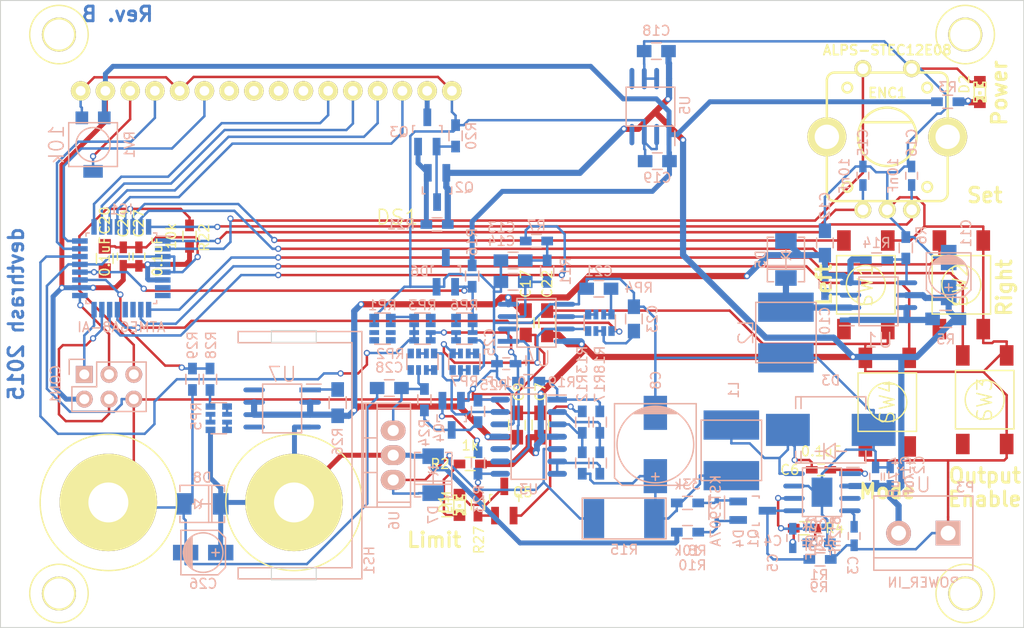
<source format=kicad_pcb>
(kicad_pcb (version 20171130) (host pcbnew "(5.1.12)-1")
  (layers (0 F.Cu signal) (31 B.Cu signal) (34 B.Paste user hide) (35 F.Paste user hide) (36 B.SilkS user hide) (37 F.SilkS user hide) (38 B.Mask user hide) (39 F.Mask user hide) (44 Edge.Cuts user))
  (net 0 "")
  (net 1 GND)
  (net 2 "Net-(C3-Pad2)")
  (net 3 "Net-(C4-Pad2)")
  (net 4 "Net-(C5-Pad2)")
  (net 5 "Net-(C6-Pad1)")
  (net 6 /SW_L)
  (net 7 /SW_R)
  (net 8 /ENC_SW)
  (net 9 /ENC_A)
  (net 10 /ENC_B)
  (net 11 +5V)
  (net 12 /MISO)
  (net 13 /SCK)
  (net 14 /MOSI)
  (net 15 /~RST~)
  (net 16 "Net-(D1-Pad1)")
  (net 17 "Net-(D1-Pad2)")
  (net 18 "Net-(D4-Pad1)")
  (net 19 "Net-(D4-Pad2)")
  (net 20 "Net-(DS1-Pad3)")
  (net 21 /LCD_RS)
  (net 22 /LCD_E)
  (net 23 "Net-(IC1-Pad11)")
  (net 24 "Net-(IC1-Pad12)")
  (net 25 /V_PWM)
  (net 26 /I_PWM)
  (net 27 /V_ADC)
  (net 28 /I_ADC)
  (net 29 "Net-(Q1-Pad3)")
  (net 30 /I_Meas)
  (net 31 "Net-(U2-Pad3)")
  (net 32 /SMPS_OUT)
  (net 33 /SMPS_SW)
  (net 34 /LIN_OUT)
  (net 35 /LIN_IN)
  (net 36 /SW_OE)
  (net 37 /SW_MD)
  (net 38 VCC)
  (net 39 /2.5VREF)
  (net 40 "Net-(C28-Pad1)")
  (net 41 "Net-(DS1-Pad7)")
  (net 42 "Net-(DS1-Pad8)")
  (net 43 "Net-(DS1-Pad9)")
  (net 44 "Net-(DS1-Pad10)")
  (net 45 /LCD_D4)
  (net 46 /LCD_D5)
  (net 47 /LCD_D6)
  (net 48 /LCD_D7)
  (net 49 "Net-(IC1-Pad7)")
  (net 50 "Net-(IC1-Pad8)")
  (net 51 "Net-(R1-Pad1)")
  (net 52 VEE)
  (net 53 "Net-(C10-Pad1)")
  (net 54 "Net-(C13-Pad1)")
  (net 55 "Net-(C14-Pad1)")
  (net 56 "Net-(C21-Pad1)")
  (net 57 "Net-(C23-Pad1)")
  (net 58 "Net-(Q2-Pad3)")
  (net 59 "Net-(Q4-Pad1)")
  (net 60 "Net-(Q4-Pad3)")
  (net 61 "Net-(Q5-Pad1)")
  (net 62 "Net-(R12-Pad1)")
  (net 63 "Net-(R14-Pad2)")
  (net 64 "Net-(R17-Pad1)")
  (net 65 "Net-(R17-Pad2)")
  (net 66 "Net-(R18-Pad1)")
  (net 67 /ILIM)
  (net 68 "Net-(R25-Pad2)")
  (net 69 "Net-(R26-Pad1)")
  (net 70 "Net-(R28-Pad1)")
  (net 71 "Net-(RP1-Pad1)")
  (net 72 "Net-(RP1-Pad5)")
  (net 73 "Net-(RP1-Pad8)")
  (net 74 "Net-(RP1-Pad2)")
  (net 75 "Net-(RP1-Pad7)")
  (net 76 "Net-(RP2-Pad1)")
  (net 77 "Net-(RP2-Pad4)")
  (net 78 "Net-(RP2-Pad5)")
  (net 79 "Net-(RP2-Pad8)")
  (net 80 "Net-(RP2-Pad2)")
  (net 81 "Net-(RP3-Pad1)")
  (net 82 "Net-(RP4-Pad1)")
  (net 83 /V_Set)
  (net 84 "Net-(RP5-Pad5)")
  (net 85 "Net-(RP5-Pad7)")
  (net 86 "Net-(RP5-Pad2)")
  (net 87 "Net-(RP6-Pad4)")
  (net 88 "Net-(RP6-Pad5)")
  (net 89 "Net-(RP6-Pad7)")
  (net 90 "Net-(RP6-Pad2)")
  (net 91 "Net-(RP7-Pad3)")
  (net 92 "Net-(RP7-Pad8)")
  (net 93 /I_Set)
  (net 94 "Net-(U7-Pad5)")
  (net 95 "Net-(U7-Pad8)")
  (net 96 /MC34_Emit)
  (net 97 /MC34_Coll)
  (net 98 "Net-(D2-Pad2)")
  (net 99 /LED_CC)
  (net 100 /LED_CS)
  (module devthrash:LCD16X2 (layer F.Cu) (at 81.7052 55.7944)
    (fp_text reference DS1 (at 0 -2.54) (layer F.SilkS) (effects (font (size 1.5 1.5))))
    (fp_text value LCD-016N002L)
    (pad 1 thru_hole circle (at -32.48 -15.51) (size 2 2) (drill 1) (layers *.Cu *.Mask F.SilkS) (net 1 GND))
    (pad 2 thru_hole circle (at -29.94 -15.51) (size 2 2) (drill 1) (layers *.Cu *.Mask F.SilkS) (net 11 +5V))
    (pad 3 thru_hole circle (at -27.4 -15.51) (size 2 2) (drill 1) (layers *.Cu *.Mask F.SilkS) (net 20 "Net-(DS1-Pad3)"))
    (pad 4 thru_hole circle (at -24.86 -15.51) (size 2 2) (drill 1) (layers *.Cu *.Mask F.SilkS) (net 21 /LCD_RS))
    (pad 5 thru_hole circle (at -22.32 -15.51) (size 2 2) (drill 1) (layers *.Cu *.Mask F.SilkS) (net 1 GND))
    (pad 6 thru_hole circle (at -19.78 -15.51) (size 2 2) (drill 1) (layers *.Cu *.Mask F.SilkS) (net 22 /LCD_E))
    (pad 7 thru_hole circle (at -17.24 -15.51) (size 2 2) (drill 1) (layers *.Cu *.Mask F.SilkS) (net 41 "Net-(DS1-Pad7)"))
    (pad 8 thru_hole circle (at -14.7 -15.51) (size 2 2) (drill 1) (layers *.Cu *.Mask F.SilkS) (net 42 "Net-(DS1-Pad8)"))
    (pad 9 thru_hole circle (at -12.16 -15.51) (size 2 2) (drill 1) (layers *.Cu *.Mask F.SilkS) (net 43 "Net-(DS1-Pad9)"))
    (pad 10 thru_hole circle (at -9.62 -15.51) (size 2 2) (drill 1) (layers *.Cu *.Mask F.SilkS) (net 44 "Net-(DS1-Pad10)"))
    (pad 11 thru_hole circle (at -7.08 -15.51) (size 2 2) (drill 1) (layers *.Cu *.Mask F.SilkS) (net 45 /LCD_D4))
    (pad 12 thru_hole circle (at -4.54 -15.51) (size 2 2) (drill 1) (layers *.Cu *.Mask F.SilkS) (net 46 /LCD_D5))
    (pad 13 thru_hole circle (at -2 -15.51) (size 2 2) (drill 1) (layers *.Cu *.Mask F.SilkS) (net 47 /LCD_D6))
    (pad 14 thru_hole circle (at 0.54 -15.51) (size 2 2) (drill 1) (layers *.Cu *.Mask F.SilkS) (net 48 /LCD_D7))
    (pad 15 thru_hole circle (at 3.08 -15.51) (size 2 2) (drill 1) (layers *.Cu *.Mask F.SilkS) (net 99 /LED_CC))
    (pad 16 thru_hole circle (at 5.62 -15.51) (size 2 2) (drill 1) (layers *.Cu *.Mask F.SilkS) (net 1 GND))
  )
  (module Capacitors_SMD:C_0603_HandSoldering (layer B.Cu) (at 129.5 49 90)
    (fp_text reference C15 (at 3.4 0 90) (layer B.SilkS) (effects (justify mirror)))
    (fp_text value 10nF (at 0 -1.9 90) (layer B.SilkS) (effects (justify mirror)))
    (pad 1 smd rect (at -0.95 0 90) (size 1.2 0.75) (layers B.Cu B.Paste B.Mask) (net 9 /ENC_A))
    (pad 2 smd rect (at 0.95 0 90) (size 1.2 0.75) (layers B.Cu B.Paste B.Mask) (net 1 GND))
  )
  (module Capacitors_SMD:C_0603_HandSoldering (layer B.Cu) (at 134.5 49 90)
    (fp_text reference C16 (at 3.4 0 90) (layer B.SilkS) (effects (justify mirror)))
    (fp_text value 10nF (at 0 -1.9 90) (layer B.SilkS) (effects (justify mirror)))
    (pad 1 smd rect (at -0.95 0 90) (size 1.2 0.75) (layers B.Cu B.Paste B.Mask) (net 10 /ENC_B))
    (pad 2 smd rect (at 0.95 0 90) (size 1.2 0.75) (layers B.Cu B.Paste B.Mask) (net 1 GND))
  )
  (module Pin_Headers:Pin_Header_Straight_2x03 (layer B.Cu) (at 49.6 69.4 270)
    (fp_text reference CON1 (at 1.05 2.95 270) (layer B.SilkS) (effects (justify mirror)))
    (fp_text value AVR-ISP-6 hide)
    (pad 1 thru_hole rect (at 0 0 270) (size 1.7272 1.7272) (drill 1.016) (layers *.Cu *.Mask B.SilkS) (net 12 /MISO))
    (pad 2 thru_hole oval (at 2.54 0 270) (size 1.7272 1.7272) (drill 1.016) (layers *.Cu *.Mask B.SilkS) (net 11 +5V))
    (pad 3 thru_hole oval (at 0 -2.54 270) (size 1.7272 1.7272) (drill 1.016) (layers *.Cu *.Mask B.SilkS) (net 13 /SCK))
    (pad 4 thru_hole oval (at 2.54 -2.54 270) (size 1.7272 1.7272) (drill 1.016) (layers *.Cu *.Mask B.SilkS) (net 14 /MOSI))
    (pad 5 thru_hole oval (at 0 -5.08 270) (size 1.7272 1.7272) (drill 1.016) (layers *.Cu *.Mask B.SilkS) (net 15 /~RST~))
    (pad 6 thru_hole oval (at 2.54 -5.08 270) (size 1.7272 1.7272) (drill 1.016) (layers *.Cu *.Mask B.SilkS) (net 1 GND))
  )
  (module devthrash_KICAD:ALPS-STEC12E08 (layer F.Cu) (at 132 45)
    (fp_text reference ENC1 (at 0 -4.5) (layer F.SilkS) (effects (font (thickness 0.2))))
    (fp_text value ALPS-STEC12E08 (at 0 -8.9) (layer F.SilkS) (effects (font (thickness 0.2))))
    (pad A thru_hole circle (at -2.5 7.5) (size 1.75 1.75) (drill 1.1) (layers *.Cu *.Mask F.SilkS) (net 9 /ENC_A))
    (pad B thru_hole circle (at 2.5 7.5) (size 1.75 1.75) (drill 1.1) (layers *.Cu *.Mask F.SilkS) (net 10 /ENC_B))
    (pad C thru_hole circle (at 0 7.5) (size 1.75 1.75) (drill 1.1) (layers *.Cu *.Mask F.SilkS) (net 1 GND))
    (pad SW2 thru_hole circle (at 2.5 -7) (size 1.75 1.75) (drill 1.1) (layers *.Cu *.Mask F.SilkS) (net 1 GND))
    (pad SW1 thru_hole circle (at -2.5 -7) (size 1.75 1.75) (drill 1.1) (layers *.Cu *.Mask F.SilkS) (net 8 /ENC_SW))
    (pad body thru_hole oval (at 6.2 0) (size 4 4) (drill 2.5) (layers *.Cu *.Mask F.SilkS))
    (pad body thru_hole oval (at -6.2 0) (size 4 4) (drill 2.5) (layers *.Cu *.Mask F.SilkS))
  )
  (module Housings_QFP:TQFP-32_7x7mm_Pitch0.8mm (layer B.Cu) (at 53.4 58.5 180)
    (fp_text reference IC1 (at 0 6.05 180) (layer B.SilkS) (effects (justify mirror)))
    (fp_text value ATMEGA8-AI (at 0 -6.05 180) (layer B.SilkS) (effects (justify mirror)))
    (pad 1 smd rect (at -4.25 2.8 180) (size 1.6 0.55) (layers B.Cu B.Paste B.Mask) (net 10 /ENC_B))
    (pad 2 smd rect (at -4.25 2 180) (size 1.6 0.55) (layers B.Cu B.Paste B.Mask) (net 8 /ENC_SW))
    (pad 3 smd rect (at -4.25 1.2 180) (size 1.6 0.55) (layers B.Cu B.Paste B.Mask) (net 1 GND))
    (pad 4 smd rect (at -4.25 0.4 180) (size 1.6 0.55) (layers B.Cu B.Paste B.Mask) (net 11 +5V))
    (pad 5 smd rect (at -4.25 -0.4 180) (size 1.6 0.55) (layers B.Cu B.Paste B.Mask) (net 1 GND))
    (pad 6 smd rect (at -4.25 -1.2 180) (size 1.6 0.55) (layers B.Cu B.Paste B.Mask) (net 11 +5V))
    (pad 7 smd rect (at -4.25 -2 180) (size 1.6 0.55) (layers B.Cu B.Paste B.Mask) (net 49 "Net-(IC1-Pad7)"))
    (pad 8 smd rect (at -4.25 -2.8 180) (size 1.6 0.55) (layers B.Cu B.Paste B.Mask) (net 50 "Net-(IC1-Pad8)"))
    (pad 9 smd rect (at -2.8 -4.25 90) (size 1.6 0.55) (layers B.Cu B.Paste B.Mask) (net 36 /SW_OE))
    (pad 10 smd rect (at -2 -4.25 90) (size 1.6 0.55) (layers B.Cu B.Paste B.Mask) (net 37 /SW_MD))
    (pad 11 smd rect (at -1.2 -4.25 90) (size 1.6 0.55) (layers B.Cu B.Paste B.Mask) (net 23 "Net-(IC1-Pad11)"))
    (pad 12 smd rect (at -0.4 -4.25 90) (size 1.6 0.55) (layers B.Cu B.Paste B.Mask) (net 24 "Net-(IC1-Pad12)"))
    (pad 13 smd rect (at 0.4 -4.25 90) (size 1.6 0.55) (layers B.Cu B.Paste B.Mask) (net 25 /V_PWM))
    (pad 14 smd rect (at 1.2 -4.25 90) (size 1.6 0.55) (layers B.Cu B.Paste B.Mask) (net 26 /I_PWM))
    (pad 15 smd rect (at 2 -4.25 90) (size 1.6 0.55) (layers B.Cu B.Paste B.Mask) (net 14 /MOSI))
    (pad 16 smd rect (at 2.8 -4.25 90) (size 1.6 0.55) (layers B.Cu B.Paste B.Mask) (net 12 /MISO))
    (pad 17 smd rect (at 4.25 -2.8 180) (size 1.6 0.55) (layers B.Cu B.Paste B.Mask) (net 13 /SCK))
    (pad 18 smd rect (at 4.25 -2 180) (size 1.6 0.55) (layers B.Cu B.Paste B.Mask) (net 11 +5V))
    (pad 19 smd rect (at 4.25 -1.2 180) (size 1.6 0.55) (layers B.Cu B.Paste B.Mask) (net 27 /V_ADC))
    (pad 20 smd rect (at 4.25 -0.4 180) (size 1.6 0.55) (layers B.Cu B.Paste B.Mask) (net 39 /2.5VREF))
    (pad 21 smd rect (at 4.25 0.4 180) (size 1.6 0.55) (layers B.Cu B.Paste B.Mask) (net 1 GND))
    (pad 22 smd rect (at 4.25 1.2 180) (size 1.6 0.55) (layers B.Cu B.Paste B.Mask) (net 28 /I_ADC))
    (pad 23 smd rect (at 4.25 2 180) (size 1.6 0.55) (layers B.Cu B.Paste B.Mask) (net 21 /LCD_RS))
    (pad 24 smd rect (at 4.25 2.8 180) (size 1.6 0.55) (layers B.Cu B.Paste B.Mask) (net 22 /LCD_E))
    (pad 25 smd rect (at 2.8 4.25 90) (size 1.6 0.55) (layers B.Cu B.Paste B.Mask) (net 45 /LCD_D4))
    (pad 26 smd rect (at 2 4.25 90) (size 1.6 0.55) (layers B.Cu B.Paste B.Mask) (net 46 /LCD_D5))
    (pad 27 smd rect (at 1.2 4.25 90) (size 1.6 0.55) (layers B.Cu B.Paste B.Mask) (net 47 /LCD_D6))
    (pad 28 smd rect (at 0.4 4.25 90) (size 1.6 0.55) (layers B.Cu B.Paste B.Mask) (net 48 /LCD_D7))
    (pad 29 smd rect (at -0.4 4.25 90) (size 1.6 0.55) (layers B.Cu B.Paste B.Mask) (net 15 /~RST~))
    (pad 30 smd rect (at -1.2 4.25 90) (size 1.6 0.55) (layers B.Cu B.Paste B.Mask) (net 6 /SW_L))
    (pad 31 smd rect (at -2 4.25 90) (size 1.6 0.55) (layers B.Cu B.Paste B.Mask) (net 7 /SW_R))
    (pad 32 smd rect (at -2.8 4.25 90) (size 1.6 0.55) (layers B.Cu B.Paste B.Mask) (net 9 /ENC_A))
  )
  (module devthrash_KICAD:242418FPS-Fastron (layer B.Cu) (at 116 77.2 270)
    (fp_text reference L1 (at -6.2 -0.25 270) (layer B.SilkS) (effects (justify mirror)))
    (fp_text value 4,7uH hide)
    (pad 1 smd rect (at -2.6 0 270) (size 3 5.7) (layers B.Cu B.Paste B.Mask) (net 33 /SMPS_SW))
    (pad 2 smd rect (at 2.6 0 270) (size 3 5.7) (layers B.Cu B.Paste B.Mask) (net 32 /SMPS_OUT))
  )
  (module devthrash_KICAD:SKS-PK10A (layer F.Cu) (at 71.12 82.55)
    (fp_text reference P1 hide)
    (fp_text value OUT_POS hide)
    (pad 1 thru_hole circle (at 0 0) (size 10 10) (drill 4.1) (layers *.Cu *.Mask F.SilkS) (net 34 /LIN_OUT))
  )
  (module devthrash_KICAD:SKS-PK10A (layer F.Cu) (at 52.07 82.55)
    (fp_text reference P2 hide)
    (fp_text value OUT_GND hide)
    (pad 1 thru_hole circle (at 0 0) (size 10 10) (drill 4.1) (layers *.Cu *.Mask F.SilkS) (net 1 GND))
  )
  (module devthrash_KICAD:BITech-23B (layer B.Cu) (at 50.5 45.8 90)
    (fp_text reference RV1 (at 0 3.75 90) (layer B.SilkS) (effects (justify mirror)))
    (fp_text value 10k (at 0 -3.75 90) (layer B.SilkS) (effects (font (size 1.5 1.5)) (justify mirror)))
    (pad 2 smd rect (at -2.75 0 90) (size 1.3 2) (layers B.Cu B.Paste B.Mask) (net 20 "Net-(DS1-Pad3)"))
    (pad 1 smd rect (at 2.75 1.15 90) (size 1.3 1.3) (layers B.Cu B.Paste B.Mask) (net 11 +5V))
    (pad 3 smd rect (at 2.75 -1.15 90) (size 1.3 1.3) (layers B.Cu B.Paste B.Mask) (net 1 GND))
  )
  (module devthrash_KICAD:Button-SMT-standard (layer F.Cu) (at 129.8 60.2 90)
    (fp_text reference SW1 (at -0.05 -0.05 90) (layer F.SilkS) (effects (font (size 1.5 1.5))))
    (fp_text value SW_L hide)
    (pad 1 smd rect (at 4.55 2.25 90) (size 2.1 1.4) (layers F.Cu F.Paste F.Mask) (net 1 GND))
    (pad 1 smd rect (at -4.55 2.25 90) (size 2.1 1.4) (layers F.Cu F.Paste F.Mask) (net 1 GND))
    (pad 2 smd rect (at -4.55 -2.25 90) (size 2.1 1.4) (layers F.Cu F.Paste F.Mask))
    (pad 2 smd rect (at 4.55 -2.25 90) (size 2.1 1.4) (layers F.Cu F.Paste F.Mask) (net 6 /SW_L))
  )
  (module devthrash_KICAD:Button-SMT-standard (layer F.Cu) (at 139.6 60.2 90)
    (fp_text reference SW2 (at -0.05 -0.1 90) (layer F.SilkS) (effects (font (size 1.5 1.5))))
    (fp_text value SW_R hide)
    (pad 1 smd rect (at 4.55 2.25 90) (size 2.1 1.4) (layers F.Cu F.Paste F.Mask) (net 1 GND))
    (pad 1 smd rect (at -4.55 2.25 90) (size 2.1 1.4) (layers F.Cu F.Paste F.Mask) (net 1 GND))
    (pad 2 smd rect (at -4.55 -2.25 90) (size 2.1 1.4) (layers F.Cu F.Paste F.Mask))
    (pad 2 smd rect (at 4.55 -2.25 90) (size 2.1 1.4) (layers F.Cu F.Paste F.Mask) (net 7 /SW_R))
  )
  (module devthrash_KICAD:SO8 (layer B.Cu) (at 107.7 41.9 90)
    (fp_text reference U5 (at 0.15 3.55 90) (layer B.SilkS) (effects (justify mirror)))
    (fp_text value TS78L05CS hide)
    (pad 1 connect rect (at -2.875 1.905 90) (size 2.2 0.5) (layers B.Cu B.Mask) (net 11 +5V))
    (pad 2 connect oval (at -2.875 0.635 90) (size 2.2 0.5) (layers B.Cu B.Mask) (net 1 GND))
    (pad 3 connect oval (at -2.875 -0.635 90) (size 2.2 0.5) (layers B.Cu B.Mask) (net 1 GND))
    (pad 4 connect oval (at -2.875 -1.905 90) (size 2.2 0.5) (layers B.Cu B.Mask))
    (pad 5 connect oval (at 2.875 -1.905 90) (size 2.2 0.5) (layers B.Cu B.Mask))
    (pad 6 connect oval (at 2.875 -0.635 90) (size 2.2 0.5) (layers B.Cu B.Mask) (net 1 GND))
    (pad 7 connect oval (at 2.875 0.635 90) (size 2.2 0.5) (layers B.Cu B.Mask) (net 1 GND))
    (pad 8 connect oval (at 2.875 1.905 90) (size 2.2 0.5) (layers B.Cu B.Mask) (net 38 VCC))
  )
  (module Capacitors_SMD:c_elec_8x10.5 (layer B.Cu) (at 108.2 76.6 270)
    (fp_text reference C8 (at -6.6 -0.05 270) (layer B.SilkS) (effects (justify mirror)))
    (fp_text value 220uF hide)
    (pad 1 smd rect (at 3.2512 0 270) (size 3.50012 2.4003) (layers B.Cu B.Paste B.Mask) (net 32 /SMPS_OUT))
    (pad 2 smd rect (at -3.2512 0 270) (size 3.50012 2.4003) (layers B.Cu B.Paste B.Mask) (net 1 GND))
  )
  (module Diodes_SMD:Diode-SMC_Handsoldering (layer B.Cu) (at 126.2 75.1 180)
    (fp_text reference D3 (at 0 5.08 180) (layer B.SilkS) (effects (justify mirror)))
    (fp_text value SK54C hide)
    (pad 1 smd rect (at -4.39928 0 90) (size 3.29946 4.50088) (layers B.Cu B.Paste B.Mask) (net 1 GND))
    (pad 2 smd rect (at 4.39928 0 90) (size 3.29946 4.49834) (layers B.Cu B.Paste B.Mask) (net 33 /SMPS_SW))
  )
  (module Capacitors_SMD:C_0603_HandSoldering (layer B.Cu) (at 130.8 79.9 270)
    (fp_text reference C1 (at -1.2 -3.1 270) (layer B.SilkS) (effects (justify mirror)))
    (fp_text value 4.7uF (at 0 -1.9 270) (layer B.SilkS) (effects (justify mirror)))
    (pad 1 smd rect (at -0.95 0 270) (size 1.2 0.75) (layers B.Cu B.Paste B.Mask) (net 1 GND))
    (pad 2 smd rect (at 0.95 0 270) (size 1.2 0.75) (layers B.Cu B.Paste B.Mask) (net 38 VCC))
  )
  (module Capacitors_SMD:C_0603_HandSoldering (layer B.Cu) (at 132.3 79.9 270)
    (fp_text reference C2 (at -1.2 -3 270) (layer B.SilkS) (effects (justify mirror)))
    (fp_text value 4.7uF (at 0 -1.9 270) (layer B.SilkS) (effects (justify mirror)))
    (pad 1 smd rect (at -0.95 0 270) (size 1.2 0.75) (layers B.Cu B.Paste B.Mask) (net 1 GND))
    (pad 2 smd rect (at 0.95 0 270) (size 1.2 0.75) (layers B.Cu B.Paste B.Mask) (net 38 VCC))
  )
  (module Capacitors_SMD:C_0603_HandSoldering (layer B.Cu) (at 128.6 86 90)
    (fp_text reference C3 (at -3 -0.1 90) (layer B.SilkS) (effects (justify mirror)))
    (fp_text value 8.2nF (at 0 -1.9 90) (layer B.SilkS) (effects (justify mirror)))
    (pad 1 smd rect (at -0.95 0 90) (size 1.2 0.75) (layers B.Cu B.Paste B.Mask) (net 1 GND))
    (pad 2 smd rect (at 0.95 0 90) (size 1.2 0.75) (layers B.Cu B.Paste B.Mask) (net 2 "Net-(C3-Pad2)"))
  )
  (module Capacitors_SMD:C_0603_HandSoldering (layer B.Cu) (at 124.9 85.1 180)
    (fp_text reference C4 (at 4.65 -1.4 180) (layer B.SilkS) (effects (justify mirror)))
    (fp_text value 22pF (at 0 -1.9 180) (layer B.SilkS) (effects (justify mirror)))
    (pad 1 smd rect (at -0.95 0 180) (size 1.2 0.75) (layers B.Cu B.Paste B.Mask) (net 1 GND))
    (pad 2 smd rect (at 0.95 0 180) (size 1.2 0.75) (layers B.Cu B.Paste B.Mask) (net 3 "Net-(C4-Pad2)"))
  )
  (module Capacitors_SMD:C_0603_HandSoldering (layer B.Cu) (at 122.3 86.2 270)
    (fp_text reference C5 (at 2.55 2.05 270) (layer B.SilkS) (effects (justify mirror)))
    (fp_text value 150pF (at 0 -1.9 270) (layer B.SilkS) (effects (justify mirror)))
    (pad 1 smd rect (at -0.95 0 270) (size 1.2 0.75) (layers B.Cu B.Paste B.Mask) (net 3 "Net-(C4-Pad2)"))
    (pad 2 smd rect (at 0.95 0 270) (size 1.2 0.75) (layers B.Cu B.Paste B.Mask) (net 4 "Net-(C5-Pad2)"))
  )
  (module Capacitors_SMD:C_0603_HandSoldering (layer F.Cu) (at 125.2 79.2 180)
    (fp_text reference C6 (at 3.2 0 180) (layer F.SilkS))
    (fp_text value 0.1uF (at 0 1.9 180) (layer F.SilkS))
    (pad 1 smd rect (at -0.95 0 180) (size 1.2 0.75) (layers F.Cu F.Paste F.Mask) (net 5 "Net-(C6-Pad1)"))
    (pad 2 smd rect (at 0.95 0 180) (size 1.2 0.75) (layers F.Cu F.Paste F.Mask) (net 33 /SMPS_SW))
  )
  (module Capacitors_SMD:C_0603_HandSoldering (layer F.Cu) (at 53.6 57.3 270)
    (fp_text reference C24 (at -3.4 0 270) (layer F.SilkS))
    (fp_text value 0.1uF (at 0 1.9 270) (layer F.SilkS))
    (pad 1 smd rect (at -0.95 0 270) (size 1.2 0.75) (layers F.Cu F.Paste F.Mask) (net 1 GND))
    (pad 2 smd rect (at 0.95 0 270) (size 1.2 0.75) (layers F.Cu F.Paste F.Mask) (net 11 +5V))
  )
  (module Capacitors_SMD:C_0603_HandSoldering (layer B.Cu) (at 92.9 68.3 180)
    (fp_text reference C25 (at 1.7 2.2 270) (layer B.SilkS) (effects (justify mirror)))
    (fp_text value 0.1uF (at 0 -1.9 180) (layer B.SilkS) (effects (justify mirror)))
    (pad 1 smd rect (at -0.95 0 180) (size 1.2 0.75) (layers B.Cu B.Paste B.Mask) (net 30 /I_Meas))
    (pad 2 smd rect (at 0.95 0 180) (size 1.2 0.75) (layers B.Cu B.Paste B.Mask) (net 1 GND))
  )
  (module Capacitors_SMD:C_0603_HandSoldering (layer F.Cu) (at 55.2 57.3 90)
    (fp_text reference C27 (at 3.4 0 90) (layer F.SilkS))
    (fp_text value 0.1uF (at 0 1.9 90) (layer F.SilkS))
    (pad 1 smd rect (at -0.95 0 90) (size 1.2 0.75) (layers F.Cu F.Paste F.Mask) (net 11 +5V))
    (pad 2 smd rect (at 0.95 0 90) (size 1.2 0.75) (layers F.Cu F.Paste F.Mask) (net 1 GND))
  )
  (module LEDs:LED-0805 (layer F.Cu) (at 88.1 82.8 270)
    (fp_text reference D1 (at -0.1 1.6 270) (layer F.SilkS))
    (fp_text value ILIM (at 0 1.27 270) (layer F.SilkS))
    (pad 1 smd rect (at -1.04902 0 270) (size 1.19888 1.19888) (layers F.Cu F.Paste F.Mask) (net 16 "Net-(D1-Pad1)"))
    (pad 2 smd rect (at 1.04902 0 270) (size 1.19888 1.19888) (layers F.Cu F.Paste F.Mask) (net 17 "Net-(D1-Pad2)"))
  )
  (module LEDs:LED-0805 (layer F.Cu) (at 141.5 40.4 270)
    (fp_text reference D2 (at -0.8 1.6 270) (layer F.SilkS))
    (fp_text value POWER hide)
    (pad 1 smd rect (at -1.04902 0 270) (size 1.19888 1.19888) (layers F.Cu F.Paste F.Mask) (net 1 GND))
    (pad 2 smd rect (at 1.04902 0 270) (size 1.19888 1.19888) (layers F.Cu F.Paste F.Mask) (net 98 "Net-(D2-Pad2)"))
  )
  (module Diodes_SMD:SOD-323 (layer B.Cu) (at 114.5 83.4 90)
    (fp_text reference D4 (at -2.85 2.25 90) (layer B.SilkS) (effects (justify mirror)))
    (fp_text value 1N4148WS hide)
    (pad 1 smd rect (at -1.055 0 90) (size 0.59 0.45) (layers B.Cu B.Paste B.Mask) (net 18 "Net-(D4-Pad1)"))
    (pad 2 smd rect (at 1.055 0 90) (size 0.59 0.45) (layers B.Cu B.Paste B.Mask) (net 19 "Net-(D4-Pad2)"))
  )
  (module Connect:bornier2 (layer B.Cu) (at 135.7 85.7 180)
    (fp_text reference P3 (at -4.3 4.7 180) (layer B.SilkS) (effects (justify mirror)))
    (fp_text value POWER_IN (at 0 -5.08 180) (layer B.SilkS) (effects (justify mirror)))
    (pad 1 thru_hole rect (at -2.54 0 180) (size 2.54 2.54) (drill 1.524) (layers *.Cu *.Mask B.SilkS) (net 1 GND))
    (pad 2 thru_hole circle (at 2.54 0 180) (size 2.54 2.54) (drill 1.524) (layers *.Cu *.Mask B.SilkS) (net 38 VCC))
  )
  (module Resistors_SMD:R_0603_HandSoldering (layer B.Cu) (at 125 86.7)
    (fp_text reference R1 (at 0 3.3) (layer B.SilkS) (effects (justify mirror)))
    (fp_text value 100k (at 0 -1.9) (layer B.SilkS) (effects (justify mirror)))
    (pad 1 smd rect (at -1.1 0) (size 1.2 0.9) (layers B.Cu B.Paste B.Mask) (net 51 "Net-(R1-Pad1)"))
    (pad 2 smd rect (at 1.1 0) (size 1.2 0.9) (layers B.Cu B.Paste B.Mask) (net 1 GND))
  )
  (module Resistors_SMD:R_0603_HandSoldering (layer F.Cu) (at 89.2 78.6 180)
    (fp_text reference R2 (at 3.1 0 180) (layer F.SilkS))
    (fp_text value 1k (at 0 1.9 180) (layer F.SilkS))
    (pad 1 smd rect (at -1.1 0 180) (size 1.2 0.9) (layers F.Cu F.Paste F.Mask) (net 38 VCC))
    (pad 2 smd rect (at 1.1 0 180) (size 1.2 0.9) (layers F.Cu F.Paste F.Mask) (net 17 "Net-(D1-Pad2)"))
  )
  (module Resistors_SMD:R_0603_HandSoldering (layer B.Cu) (at 111.5 82.6)
    (fp_text reference R8 (at 1 4.9) (layer B.SilkS) (effects (justify mirror)))
    (fp_text value 33k (at 0 -1.9) (layer B.SilkS) (effects (justify mirror)))
    (pad 1 smd rect (at -1.1 0) (size 1.2 0.9) (layers B.Cu B.Paste B.Mask) (net 32 /SMPS_OUT))
    (pad 2 smd rect (at 1.1 0) (size 1.2 0.9) (layers B.Cu B.Paste B.Mask) (net 19 "Net-(D4-Pad2)"))
  )
  (module Resistors_SMD:R_0603_HandSoldering (layer B.Cu) (at 125.1 88.4)
    (fp_text reference R9 (at -0.1 2.85) (layer B.SilkS) (effects (justify mirror)))
    (fp_text value 10k (at 0 -1.9) (layer B.SilkS) (effects (justify mirror)))
    (pad 1 smd rect (at -1.1 0) (size 1.2 0.9) (layers B.Cu B.Paste B.Mask) (net 29 "Net-(Q1-Pad3)"))
    (pad 2 smd rect (at 1.1 0) (size 1.2 0.9) (layers B.Cu B.Paste B.Mask) (net 1 GND))
  )
  (module Resistors_SMD:R_0603_HandSoldering (layer B.Cu) (at 111.5 85.6 180)
    (fp_text reference R10 (at -0.5 -3.4 180) (layer B.SilkS) (effects (justify mirror)))
    (fp_text value 10k (at 0 -1.9 180) (layer B.SilkS) (effects (justify mirror)))
    (pad 1 smd rect (at -1.1 0 180) (size 1.2 0.9) (layers B.Cu B.Paste B.Mask) (net 18 "Net-(D4-Pad1)"))
    (pad 2 smd rect (at 1.1 0 180) (size 1.2 0.9) (layers B.Cu B.Paste B.Mask) (net 34 /LIN_OUT))
  )
  (module devthrash_KICAD:CRA2512-Bourns (layer B.Cu) (at 105 84.2)
    (fp_text reference R15 (at 0 3.2) (layer B.SilkS) (effects (justify mirror)))
    (fp_text value 0R1 hide)
    (pad 1 smd rect (at -3.1 0) (size 2.1 4) (layers B.Cu B.Paste B.Mask) (net 35 /LIN_IN))
    (pad 2 smd rect (at 3.1 0) (size 2.1 4) (layers B.Cu B.Paste B.Mask) (net 32 /SMPS_OUT))
  )
  (module Resistors_SMD:R_0603_HandSoldering (layer F.Cu) (at 60.4 55.2 270)
    (fp_text reference R22 (at 0.15 -1.5 270) (layer F.SilkS))
    (fp_text value 10k (at 0 1.9 270) (layer F.SilkS))
    (pad 1 smd rect (at -1.1 0 270) (size 1.2 0.9) (layers F.Cu F.Paste F.Mask) (net 15 /~RST~))
    (pad 2 smd rect (at 1.1 0 270) (size 1.2 0.9) (layers F.Cu F.Paste F.Mask) (net 11 +5V))
  )
  (module Housings_SOT-23_SOT-143_TSOT-6:SOT23_Handsoldering (layer B.Cu) (at 118.2 83.4 90)
    (fp_text reference Q1 (at -2.85 0.05 90) (layer B.SilkS) (effects (justify mirror)))
    (fp_text value KST2907A (at 0 -3.81 90) (layer B.SilkS) (effects (justify mirror)))
    (pad 1 smd rect (at -0.95 -1.50114 90) (size 0.8001 1.80086) (layers B.Cu B.Paste B.Mask) (net 18 "Net-(D4-Pad1)"))
    (pad 2 smd rect (at 0.95 -1.50114 90) (size 0.8001 1.80086) (layers B.Cu B.Paste B.Mask) (net 19 "Net-(D4-Pad2)"))
    (pad 3 smd rect (at 0 1.50114 90) (size 0.8001 1.80086) (layers B.Cu B.Paste B.Mask) (net 29 "Net-(Q1-Pad3)"))
  )
  (module devthrash_KICAD:Screw_PAN_Head_M3 (layer F.Cu) (at 140 34.5)
    (fp_text reference REF**_3 (at 0 -5) (layer F.SilkS) (effects (font (size 1.5 1.5))))
    (fp_text value Screw_PAN_Head_M3 hide)
    (pad "" np_thru_hole circle (at 0 0) (size 3.5 3.5) (drill 3.1) (layers *.Cu *.Mask F.SilkS))
  )
  (module devthrash_KICAD:Screw_PAN_Head_M3 (layer F.Cu) (at 47 34.5)
    (fp_text reference REF**_2 (at 0 -5) (layer F.SilkS) (effects (font (size 1.5 1.5))))
    (fp_text value Screw_PAN_Head_M3 hide)
    (pad "" np_thru_hole circle (at 0 0) (size 3.5 3.5) (drill 3.1) (layers *.Cu *.Mask F.SilkS))
  )
  (module devthrash_KICAD:Screw_PAN_Head_M3 (layer F.Cu) (at 47 91.9)
    (fp_text reference REF** (at 3 6.1) (layer F.SilkS) (effects (font (size 1.5 1.5))))
    (fp_text value Screw_PAN_Head_M3 hide)
    (pad "" np_thru_hole circle (at 0 0) (size 3.5 3.5) (drill 3.1) (layers *.Cu *.Mask F.SilkS))
  )
  (module devthrash_KICAD:Screw_PAN_Head_M3 (layer F.Cu) (at 140 91.9)
    (fp_text reference M3 (at 2.5 5.1) (layer F.SilkS) (effects (font (size 1.5 1.5))))
    (fp_text value Screw_PAN_Head_M3 hide)
    (pad "" np_thru_hole circle (at 0 0) (size 3.5 3.5) (drill 3.1) (layers *.Cu *.Mask F.SilkS))
  )
  (module devthrash_KICAD:SO8-PowerPAD (layer B.Cu) (at 125.3 81.5 180)
    (fp_text reference U2 (at -9.7 0.75 180) (layer B.SilkS) (effects (font (size 1.5 1.5)) (justify mirror)))
    (fp_text value TPS54331DDA hide)
    (pad 1 smd rect (at -2.875 1.905 180) (size 2.2 0.5) (layers B.Cu B.Paste B.Mask) (net 5 "Net-(C6-Pad1)"))
    (pad 2 smd oval (at -2.875 0.635 180) (size 2.2 0.5) (layers B.Cu B.Paste B.Mask) (net 38 VCC))
    (pad 3 smd oval (at -2.875 -0.635 180) (size 2.2 0.5) (layers B.Cu B.Paste B.Mask) (net 31 "Net-(U2-Pad3)"))
    (pad 4 smd oval (at -2.875 -1.905 180) (size 2.2 0.5) (layers B.Cu B.Paste B.Mask) (net 2 "Net-(C3-Pad2)"))
    (pad 5 smd oval (at 2.875 -1.905 180) (size 2.2 0.5) (layers B.Cu B.Paste B.Mask) (net 29 "Net-(Q1-Pad3)"))
    (pad 6 smd oval (at 2.875 -0.635 180) (size 2.2 0.5) (layers B.Cu B.Paste B.Mask) (net 3 "Net-(C4-Pad2)"))
    (pad 7 smd oval (at 2.875 0.635 180) (size 2.2 0.5) (layers B.Cu B.Paste B.Mask) (net 1 GND))
    (pad 8 smd oval (at 2.875 1.905 180) (size 2.2 0.5) (layers B.Cu B.Paste B.Mask) (net 33 /SMPS_SW))
    (pad 9 smd rect (at 0 0 180) (size 2.13 3) (layers B.Cu B.Paste B.Mask) (net 1 GND))
  )
  (module devthrash_KICAD:Button-SMT-standard (layer F.Cu) (at 142 72 90)
    (fp_text reference SW3 (at 0 0 90) (layer F.SilkS) (effects (font (size 1.5 1.5))))
    (fp_text value SW_OE hide)
    (pad 1 smd rect (at 4.55 2.25 90) (size 2.1 1.4) (layers F.Cu F.Paste F.Mask) (net 1 GND))
    (pad 1 smd rect (at -4.55 2.25 90) (size 2.1 1.4) (layers F.Cu F.Paste F.Mask) (net 1 GND))
    (pad 2 smd rect (at -4.55 -2.25 90) (size 2.1 1.4) (layers F.Cu F.Paste F.Mask))
    (pad 2 smd rect (at 4.55 -2.25 90) (size 2.1 1.4) (layers F.Cu F.Paste F.Mask) (net 36 /SW_OE))
  )
  (module devthrash_KICAD:Button-SMT-standard (layer F.Cu) (at 132 72.25 270)
    (fp_text reference SW4 (at 0 0 270) (layer F.SilkS) (effects (font (size 1.5 1.5))))
    (fp_text value SW_MD hide)
    (pad 1 smd rect (at 4.55 2.25 270) (size 2.1 1.4) (layers F.Cu F.Paste F.Mask) (net 1 GND))
    (pad 1 smd rect (at -4.55 2.25 270) (size 2.1 1.4) (layers F.Cu F.Paste F.Mask) (net 1 GND))
    (pad 2 smd rect (at -4.55 -2.25 270) (size 2.1 1.4) (layers F.Cu F.Paste F.Mask) (net 37 /SW_MD))
    (pad 2 smd rect (at 4.55 -2.25 270) (size 2.1 1.4) (layers F.Cu F.Paste F.Mask))
  )
  (module Power_Integrations:TO-220 (layer B.Cu) (at 81.3 77.7 270)
    (fp_text reference U6 (at 6.7 -0.1 270) (layer B.SilkS) (effects (justify mirror)))
    (fp_text value LM350T)
    (pad 2 thru_hole oval (at 0 0 270) (size 2.032 2.54) (drill 1.143) (layers *.Cu *.Mask B.SilkS) (net 34 /LIN_OUT))
    (pad 3 thru_hole oval (at 2.54 0 270) (size 2.032 2.54) (drill 1.143) (layers *.Cu *.Mask B.SilkS) (net 35 /LIN_IN))
    (pad 1 thru_hole oval (at -2.54 0 270) (size 2.032 2.54) (drill 1.143) (layers *.Cu *.Mask B.SilkS) (net 40 "Net-(C28-Pad1)"))
  )
  (module Capacitors_SMD:C_0805_HandSoldering (layer F.Cu) (at 96.4 74.6 90)
    (fp_text reference C7 (at 3.4 0 90) (layer F.SilkS))
    (fp_text value 0.1uF)
    (pad 1 smd rect (at -1.25 0 90) (size 1.5 1.25) (layers F.Cu F.Paste F.Mask) (net 38 VCC))
    (pad 2 smd rect (at 1.25 0 90) (size 1.5 1.25) (layers F.Cu F.Paste F.Mask) (net 1 GND))
  )
  (module Capacitors_SMD:C_0805_HandSoldering (layer F.Cu) (at 94 74.6 90)
    (fp_text reference C9 (at 3.4 0.2 90) (layer F.SilkS))
    (fp_text value 0.1uF)
    (pad 1 smd rect (at -1.25 0 90) (size 1.5 1.25) (layers F.Cu F.Paste F.Mask) (net 52 VEE))
    (pad 2 smd rect (at 1.25 0 90) (size 1.5 1.25) (layers F.Cu F.Paste F.Mask) (net 1 GND))
  )
  (module Capacitors_SMD:C_0603_HandSoldering (layer B.Cu) (at 125.6 60.2 90)
    (fp_text reference C10 (at -3.7 0 90) (layer B.SilkS) (effects (justify mirror)))
    (fp_text value 120pF)
    (pad 1 smd rect (at -0.95 0 90) (size 1.2 0.75) (layers B.Cu B.Paste B.Mask) (net 53 "Net-(C10-Pad1)"))
    (pad 2 smd rect (at 0.95 0 90) (size 1.2 0.75) (layers B.Cu B.Paste B.Mask) (net 52 VEE))
  )
  (module Capacitors_SMD:c_elec_4x4.5 (layer B.Cu) (at 138.3 59.2 270)
    (fp_text reference C11 (at -4.3 -1.8 270) (layer B.SilkS) (effects (justify mirror)))
    (fp_text value 10uF)
    (pad 1 smd rect (at 1.80086 0 270) (size 2.60096 1.6002) (layers B.Cu B.Paste B.Mask) (net 38 VCC))
    (pad 2 smd rect (at -1.80086 0 270) (size 2.60096 1.6002) (layers B.Cu B.Paste B.Mask) (net 1 GND))
  )
  (module Capacitors_SMD:C_0805_HandSoldering (layer B.Cu) (at 125.6 55.9 270)
    (fp_text reference C12 (at -3.8 0 270) (layer B.SilkS) (effects (justify mirror)))
    (fp_text value 10uF)
    (pad 1 smd rect (at -1.25 0 270) (size 1.5 1.25) (layers B.Cu B.Paste B.Mask) (net 1 GND))
    (pad 2 smd rect (at 1.25 0 270) (size 1.5 1.25) (layers B.Cu B.Paste B.Mask) (net 52 VEE))
  )
  (module Capacitors_SMD:C_0805_HandSoldering (layer B.Cu) (at 93.6 57.7 180)
    (fp_text reference C13 (at 1.2 3.4 180) (layer B.SilkS) (effects (justify mirror)))
    (fp_text value 1uF)
    (pad 1 smd rect (at -1.25 0 180) (size 1.5 1.25) (layers B.Cu B.Paste B.Mask) (net 54 "Net-(C13-Pad1)"))
    (pad 2 smd rect (at 1.25 0 180) (size 1.5 1.25) (layers B.Cu B.Paste B.Mask) (net 1 GND))
  )
  (module Capacitors_SMD:C_0805_HandSoldering (layer B.Cu) (at 93.6 59.9 180)
    (fp_text reference C14 (at 1.2 4.2 180) (layer B.SilkS) (effects (justify mirror)))
    (fp_text value 1uF)
    (pad 1 smd rect (at -1.25 0 180) (size 1.5 1.25) (layers B.Cu B.Paste B.Mask) (net 55 "Net-(C14-Pad1)"))
    (pad 2 smd rect (at 1.25 0 180) (size 1.5 1.25) (layers B.Cu B.Paste B.Mask) (net 1 GND))
  )
  (module Capacitors_SMD:C_0805_HandSoldering (layer F.Cu) (at 94.9 64.1 270)
    (fp_text reference C17 (at -4 0 270) (layer F.SilkS))
    (fp_text value 0.1uF)
    (pad 1 smd rect (at -1.25 0 270) (size 1.5 1.25) (layers F.Cu F.Paste F.Mask) (net 52 VEE))
    (pad 2 smd rect (at 1.25 0 270) (size 1.5 1.25) (layers F.Cu F.Paste F.Mask) (net 1 GND))
  )
  (module Capacitors_SMD:C_0805_HandSoldering (layer F.Cu) (at 51.7 57.5 90)
    (fp_text reference C20 (at 3.9 0 90) (layer F.SilkS))
    (fp_text value 1uF)
    (pad 1 smd rect (at -1.25 0 90) (size 1.5 1.25) (layers F.Cu F.Paste F.Mask) (net 39 /2.5VREF))
    (pad 2 smd rect (at 1.25 0 90) (size 1.5 1.25) (layers F.Cu F.Paste F.Mask) (net 1 GND))
  )
  (module Capacitors_SMD:C_0805_HandSoldering (layer B.Cu) (at 102.4 60.6 180)
    (fp_text reference C21 (at 0 1.8 180) (layer B.SilkS) (effects (justify mirror)))
    (fp_text value 1uF)
    (pad 1 smd rect (at -1.25 0 180) (size 1.5 1.25) (layers B.Cu B.Paste B.Mask) (net 56 "Net-(C21-Pad1)"))
    (pad 2 smd rect (at 1.25 0 180) (size 1.5 1.25) (layers B.Cu B.Paste B.Mask) (net 1 GND))
  )
  (module Capacitors_SMD:C_0805_HandSoldering (layer F.Cu) (at 97.1 64.1 90)
    (fp_text reference C22 (at 4 0 90) (layer F.SilkS))
    (fp_text value 0.1uF)
    (pad 1 smd rect (at -1.25 0 90) (size 1.5 1.25) (layers F.Cu F.Paste F.Mask) (net 38 VCC))
    (pad 2 smd rect (at 1.25 0 90) (size 1.5 1.25) (layers F.Cu F.Paste F.Mask) (net 1 GND))
  )
  (module Capacitors_SMD:C_0805_HandSoldering (layer B.Cu) (at 106 63.7 90)
    (fp_text reference C23 (at 0 1.9 90) (layer B.SilkS) (effects (justify mirror)))
    (fp_text value 1uF)
    (pad 1 smd rect (at -1.25 0 90) (size 1.5 1.25) (layers B.Cu B.Paste B.Mask) (net 57 "Net-(C23-Pad1)"))
    (pad 2 smd rect (at 1.25 0 90) (size 1.5 1.25) (layers B.Cu B.Paste B.Mask) (net 1 GND))
  )
  (module Capacitors_SMD:c_elec_4x4.5 (layer B.Cu) (at 61.8 87.7)
    (fp_text reference C26 (at 0 3.2) (layer B.SilkS) (effects (justify mirror)))
    (fp_text value 10uF)
    (pad 1 smd rect (at 1.80086 0) (size 2.60096 1.6002) (layers B.Cu B.Paste B.Mask) (net 34 /LIN_OUT))
    (pad 2 smd rect (at -1.80086 0) (size 2.60096 1.6002) (layers B.Cu B.Paste B.Mask) (net 1 GND))
  )
  (module Capacitors_SMD:C_0805_HandSoldering (layer B.Cu) (at 80.9 70.8 180)
    (fp_text reference C28 (at 0 2.1 180) (layer B.SilkS) (effects (justify mirror)))
    (fp_text value 1uF)
    (pad 1 smd rect (at -1.25 0 180) (size 1.5 1.25) (layers B.Cu B.Paste B.Mask) (net 40 "Net-(C28-Pad1)"))
    (pad 2 smd rect (at 1.25 0 180) (size 1.5 1.25) (layers B.Cu B.Paste B.Mask) (net 1 GND))
  )
  (module SMD_Packages:DO-214-AC_SMA (layer B.Cu) (at 121.6 57.6 270)
    (fp_text reference D5 (at 0 2.60096 270) (layer B.SilkS) (effects (justify mirror)))
    (fp_text value SK34A)
    (pad 1 smd rect (at -1.89992 0 270) (size 1.6002 2.19964) (layers B.Cu B.Paste B.Mask) (net 52 VEE))
    (pad 2 smd rect (at 1.89992 0 270) (size 1.6002 2.19964) (layers B.Cu B.Paste B.Mask) (net 96 /MC34_Emit))
  )
  (module Housings_SOT-23_SOT-143_TSOT-6:SOT-23_Handsoldering (layer B.Cu) (at 86.7 58.9 180)
    (fp_text reference D6 (at 2.7 0.1 180) (layer B.SilkS) (effects (justify mirror)))
    (fp_text value LM4040)
    (pad 1 smd rect (at -0.95 -1.50114 180) (size 0.8001 1.80086) (layers B.Cu B.Paste B.Mask) (net 39 /2.5VREF))
    (pad 2 smd rect (at 0.95 -1.50114 180) (size 0.8001 1.80086) (layers B.Cu B.Paste B.Mask) (net 1 GND))
    (pad 3 smd rect (at 0 1.50114 180) (size 0.8001 1.80086) (layers B.Cu B.Paste B.Mask))
  )
  (module SMD_Packages:DO-214-AC_SMA (layer B.Cu) (at 85.4 79.7 270)
    (fp_text reference D7 (at 4.1 0 270) (layer B.SilkS) (effects (justify mirror)))
    (fp_text value SK34A)
    (pad 1 smd rect (at -1.89992 0 270) (size 1.6002 2.19964) (layers B.Cu B.Paste B.Mask) (net 34 /LIN_OUT))
    (pad 2 smd rect (at 1.89992 0 270) (size 1.6002 2.19964) (layers B.Cu B.Paste B.Mask) (net 35 /LIN_IN))
  )
  (module SMD_Packages:DO-214-AC_SMA (layer B.Cu) (at 61.7 82.7)
    (fp_text reference D8 (at 0 -2.7) (layer B.SilkS) (effects (justify mirror)))
    (fp_text value SK34A)
    (pad 1 smd rect (at -1.89992 0) (size 1.6002 2.19964) (layers B.Cu B.Paste B.Mask) (net 1 GND))
    (pad 2 smd rect (at 1.89992 0) (size 1.6002 2.19964) (layers B.Cu B.Paste B.Mask) (net 34 /LIN_OUT))
  )
  (module devthrash:242418FPS-Fastron (layer B.Cu) (at 121.6 65.1 270)
    (fp_text reference L2 (at 0 4.1 270) (layer B.SilkS) (effects (font (size 1.5 1.5)) (justify mirror)))
    (fp_text value 220uH hide)
    (pad 1 smd rect (at -2.6 0 270) (size 3 5.7) (layers B.Cu B.Paste B.Mask) (net 96 /MC34_Emit))
    (pad 2 smd rect (at 2.6 0 270) (size 3 5.7) (layers B.Cu B.Paste B.Mask) (net 1 GND))
  )
  (module Housings_SOT-23_SOT-143_TSOT-6:SOT-23_Handsoldering (layer B.Cu) (at 84.8 44.5 180)
    (fp_text reference Q3 (at 2.9 0 180) (layer B.SilkS) (effects (justify mirror)))
    (fp_text value IRLML6302)
    (pad 1 smd rect (at -0.95 -1.50114 180) (size 0.8001 1.80086) (layers B.Cu B.Paste B.Mask) (net 58 "Net-(Q2-Pad3)"))
    (pad 2 smd rect (at 0.95 -1.50114 180) (size 0.8001 1.80086) (layers B.Cu B.Paste B.Mask) (net 100 /LED_CS))
    (pad 3 smd rect (at 0 1.50114 180) (size 0.8001 1.80086) (layers B.Cu B.Paste B.Mask) (net 99 /LED_CC))
  )
  (module Housings_SOT-23_SOT-143_TSOT-6:SOT-23_Handsoldering (layer B.Cu) (at 87.3 73.6)
    (fp_text reference Q4 (at -1.3 1.8 90) (layer B.SilkS) (effects (justify mirror)))
    (fp_text value 2N2222A)
    (pad 1 smd rect (at -0.95 -1.50114) (size 0.8001 1.80086) (layers B.Cu B.Paste B.Mask) (net 59 "Net-(Q4-Pad1)"))
    (pad 2 smd rect (at 0.95 -1.50114) (size 0.8001 1.80086) (layers B.Cu B.Paste B.Mask) (net 1 GND))
    (pad 3 smd rect (at 0 1.50114) (size 0.8001 1.80086) (layers B.Cu B.Paste B.Mask) (net 60 "Net-(Q4-Pad3)"))
  )
  (module Housings_SOT-23_SOT-143_TSOT-6:SOT-23_Handsoldering (layer F.Cu) (at 92.7 82.4)
    (fp_text reference Q5 (at 1.9 -0.9) (layer F.SilkS))
    (fp_text value 2N2222A)
    (pad 1 smd rect (at -0.95 1.50114) (size 0.8001 1.80086) (layers F.Cu F.Paste F.Mask) (net 61 "Net-(Q5-Pad1)"))
    (pad 2 smd rect (at 0.95 1.50114) (size 0.8001 1.80086) (layers F.Cu F.Paste F.Mask) (net 1 GND))
    (pad 3 smd rect (at 0 -1.50114) (size 0.8001 1.80086) (layers F.Cu F.Paste F.Mask) (net 16 "Net-(D1-Pad1)"))
  )
  (module Resistors_SMD:R_0603_HandSoldering (layer B.Cu) (at 138.2 41.4)
    (fp_text reference R3 (at 0 -1.5) (layer B.SilkS) (effects (justify mirror)))
    (fp_text value 1k)
    (pad 1 smd rect (at -1.1 0) (size 1.2 0.9) (layers B.Cu B.Paste B.Mask) (net 11 +5V))
    (pad 2 smd rect (at 1.1 0) (size 1.2 0.9) (layers B.Cu B.Paste B.Mask) (net 98 "Net-(D2-Pad2)"))
  )
  (module Resistors_SMD:R_0603_HandSoldering (layer F.Cu) (at 123.5 85.2)
    (fp_text reference R4 (at 3.1 0) (layer F.SilkS))
    (fp_text value 33k)
    (pad 1 smd rect (at -1.1 0) (size 1.2 0.9) (layers F.Cu F.Paste F.Mask) (net 4 "Net-(C5-Pad2)"))
    (pad 2 smd rect (at 1.1 0) (size 1.2 0.9) (layers F.Cu F.Paste F.Mask) (net 51 "Net-(R1-Pad1)"))
  )
  (module Resistors_SMD:R_0603_HandSoldering (layer B.Cu) (at 133.9 56.4 90)
    (fp_text reference R6 (at 1.3 1.6 90) (layer B.SilkS) (effects (justify mirror)))
    (fp_text value 18k)
    (pad 1 smd rect (at -1.1 0 90) (size 1.2 0.9) (layers B.Cu B.Paste B.Mask) (net 63 "Net-(R14-Pad2)"))
    (pad 2 smd rect (at 1.1 0 90) (size 1.2 0.9) (layers B.Cu B.Paste B.Mask) (net 1 GND))
  )
  (module Resistors_SMD:R_0603_HandSoldering (layer B.Cu) (at 96 55.7 180)
    (fp_text reference R7 (at 0 1.6 180) (layer B.SilkS) (effects (justify mirror)))
    (fp_text value 10k)
    (pad 1 smd rect (at -1.1 0 180) (size 1.2 0.9) (layers B.Cu B.Paste B.Mask) (net 54 "Net-(C13-Pad1)"))
    (pad 2 smd rect (at 1.1 0 180) (size 1.2 0.9) (layers B.Cu B.Paste B.Mask) (net 26 /I_PWM))
  )
  (module Resistors_SMD:R_0603_HandSoldering (layer B.Cu) (at 97.1 58.8 90)
    (fp_text reference R11 (at 0 1.9 90) (layer B.SilkS) (effects (justify mirror)))
    (fp_text value 10k)
    (pad 1 smd rect (at -1.1 0 90) (size 1.2 0.9) (layers B.Cu B.Paste B.Mask) (net 55 "Net-(C14-Pad1)"))
    (pad 2 smd rect (at 1.1 0 90) (size 1.2 0.9) (layers B.Cu B.Paste B.Mask) (net 54 "Net-(C13-Pad1)"))
  )
  (module Resistors_SMD:R_0603_HandSoldering (layer B.Cu) (at 100.7 78.5 270)
    (fp_text reference R12 (at -7.7 0 270) (layer B.SilkS) (effects (justify mirror)))
    (fp_text value 10k)
    (pad 1 smd rect (at -1.1 0 270) (size 1.2 0.9) (layers B.Cu B.Paste B.Mask) (net 62 "Net-(R12-Pad1)"))
    (pad 2 smd rect (at 1.1 0 270) (size 1.2 0.9) (layers B.Cu B.Paste B.Mask) (net 32 /SMPS_OUT))
  )
  (module Resistors_SMD:R_0603_HandSoldering (layer B.Cu) (at 100.7 74.3 270)
    (fp_text reference R13 (at -6.4 0 270) (layer B.SilkS) (effects (justify mirror)))
    (fp_text value 100k)
    (pad 1 smd rect (at -1.1 0 270) (size 1.2 0.9) (layers B.Cu B.Paste B.Mask) (net 1 GND))
    (pad 2 smd rect (at 1.1 0 270) (size 1.2 0.9) (layers B.Cu B.Paste B.Mask) (net 62 "Net-(R12-Pad1)"))
  )
  (module Resistors_SMD:R_0603_HandSoldering (layer B.Cu) (at 130.9 57.6)
    (fp_text reference R14 (at 0 -1.7) (layer B.SilkS) (effects (justify mirror)))
    (fp_text value 3k9)
    (pad 1 smd rect (at -1.1 0) (size 1.2 0.9) (layers B.Cu B.Paste B.Mask) (net 52 VEE))
    (pad 2 smd rect (at 1.1 0) (size 1.2 0.9) (layers B.Cu B.Paste B.Mask) (net 63 "Net-(R14-Pad2)"))
  )
  (module Resistors_SMD:R_0603_HandSoldering (layer B.Cu) (at 89.4 59.3 270)
    (fp_text reference R16 (at -3.5 0 270) (layer B.SilkS) (effects (justify mirror)))
    (fp_text value 220)
    (pad 1 smd rect (at -1.1 0 270) (size 1.2 0.9) (layers B.Cu B.Paste B.Mask) (net 11 +5V))
    (pad 2 smd rect (at 1.1 0 270) (size 1.2 0.9) (layers B.Cu B.Paste B.Mask) (net 39 /2.5VREF))
  )
  (module Resistors_SMD:R_0603_HandSoldering (layer B.Cu) (at 102.5 78.5 90)
    (fp_text reference R17 (at 7.7 0 90) (layer B.SilkS) (effects (justify mirror)))
    (fp_text value 10k)
    (pad 1 smd rect (at -1.1 0 90) (size 1.2 0.9) (layers B.Cu B.Paste B.Mask) (net 64 "Net-(R17-Pad1)"))
    (pad 2 smd rect (at 1.1 0 90) (size 1.2 0.9) (layers B.Cu B.Paste B.Mask) (net 65 "Net-(R17-Pad2)"))
  )
  (module Resistors_SMD:R_0603_HandSoldering (layer B.Cu) (at 102.5 74.3 270)
    (fp_text reference R18 (at -6.4 0 270) (layer B.SilkS) (effects (justify mirror)))
    (fp_text value 100k)
    (pad 1 smd rect (at -1.1 0 270) (size 1.2 0.9) (layers B.Cu B.Paste B.Mask) (net 66 "Net-(R18-Pad1)"))
    (pad 2 smd rect (at 1.1 0 270) (size 1.2 0.9) (layers B.Cu B.Paste B.Mask) (net 65 "Net-(R17-Pad2)"))
  )
  (module Resistors_SMD:R_0603_HandSoldering (layer B.Cu) (at 95.2 70.1)
    (fp_text reference R19 (at 3.4 0.1) (layer B.SilkS) (effects (justify mirror)))
    (fp_text value 10k)
    (pad 1 smd rect (at -1.1 0) (size 1.2 0.9) (layers B.Cu B.Paste B.Mask) (net 30 /I_Meas))
    (pad 2 smd rect (at 1.1 0) (size 1.2 0.9) (layers B.Cu B.Paste B.Mask) (net 66 "Net-(R18-Pad1)"))
  )
  (module Resistors_SMD:R_0603_HandSoldering (layer B.Cu) (at 87.7 44.9 90)
    (fp_text reference R20 (at 0 1.6 90) (layer B.SilkS) (effects (justify mirror)))
    (fp_text value 1k)
    (pad 1 smd rect (at -1.1 0 90) (size 1.2 0.9) (layers B.Cu B.Paste B.Mask) (net 58 "Net-(Q2-Pad3)"))
    (pad 2 smd rect (at 1.1 0 90) (size 1.2 0.9) (layers B.Cu B.Paste B.Mask) (net 1 GND))
  )
  (module Resistors_SMD:R_0603_HandSoldering (layer B.Cu) (at 85.8 54 180)
    (fp_text reference R21 (at 3.7 0 180) (layer B.SilkS) (effects (justify mirror)))
    (fp_text value 10R)
    (pad 1 smd rect (at -1.1 0 180) (size 1.2 0.9) (layers B.Cu B.Paste B.Mask) (net 38 VCC))
    (pad 2 smd rect (at 1.1 0 180) (size 1.2 0.9) (layers B.Cu B.Paste B.Mask) (net 100 /LED_CS))
  )
  (module Resistors_SMD:R_0603_HandSoldering (layer B.Cu) (at 90 78.5 90)
    (fp_text reference R23 (at -3.7 0.1 90) (layer B.SilkS) (effects (justify mirror)))
    (fp_text value 10k)
    (pad 1 smd rect (at -1.1 0 90) (size 1.2 0.9) (layers B.Cu B.Paste B.Mask) (net 67 /ILIM))
    (pad 2 smd rect (at 1.1 0 90) (size 1.2 0.9) (layers B.Cu B.Paste B.Mask) (net 59 "Net-(Q4-Pad1)"))
  )
  (module Resistors_SMD:R_0603_HandSoldering (layer B.Cu) (at 84.5 72 270)
    (fp_text reference R24 (at 3.4 0 270) (layer B.SilkS) (effects (justify mirror)))
    (fp_text value 100)
    (pad 1 smd rect (at -1.1 0 270) (size 1.2 0.9) (layers B.Cu B.Paste B.Mask) (net 40 "Net-(C28-Pad1)"))
    (pad 2 smd rect (at 1.1 0 270) (size 1.2 0.9) (layers B.Cu B.Paste B.Mask) (net 60 "Net-(Q4-Pad3)"))
  )
  (module Resistors_SMD:R_0603_HandSoldering (layer B.Cu) (at 90 73.2 90)
    (fp_text reference R25 (at 2.7 1.6) (layer B.SilkS) (effects (justify mirror)))
    (fp_text value 1k)
    (pad 1 smd rect (at -1.1 0 90) (size 1.2 0.9) (layers B.Cu B.Paste B.Mask) (net 60 "Net-(Q4-Pad3)"))
    (pad 2 smd rect (at 1.1 0 90) (size 1.2 0.9) (layers B.Cu B.Paste B.Mask) (net 68 "Net-(R25-Pad2)"))
  )
  (module Resistors_SMD:R_0603_HandSoldering (layer F.Cu) (at 90 82.8 90)
    (fp_text reference R27 (at -3.6 0.1 90) (layer F.SilkS))
    (fp_text value 10k)
    (pad 1 smd rect (at -1.1 0 90) (size 1.2 0.9) (layers F.Cu F.Paste F.Mask) (net 61 "Net-(Q5-Pad1)"))
    (pad 2 smd rect (at 1.1 0 90) (size 1.2 0.9) (layers F.Cu F.Paste F.Mask) (net 67 /ILIM))
  )
  (module Resistors_SMD:R_0603_HandSoldering (layer B.Cu) (at 62.5 69.9 90)
    (fp_text reference R28 (at 3.5 0.1 90) (layer B.SilkS) (effects (justify mirror)))
    (fp_text value 10k)
    (pad 1 smd rect (at -1.1 0 90) (size 1.2 0.9) (layers B.Cu B.Paste B.Mask) (net 70 "Net-(R28-Pad1)"))
    (pad 2 smd rect (at 1.1 0 90) (size 1.2 0.9) (layers B.Cu B.Paste B.Mask) (net 27 /V_ADC))
  )
  (module Resistors_SMD:R_0603_HandSoldering (layer B.Cu) (at 60.7 69.9 90)
    (fp_text reference R29 (at 3.5 0 90) (layer B.SilkS) (effects (justify mirror)))
    (fp_text value 10k)
    (pad 1 smd rect (at -1.1 0 90) (size 1.2 0.9) (layers B.Cu B.Paste B.Mask) (net 1 GND))
    (pad 2 smd rect (at 1.1 0 90) (size 1.2 0.9) (layers B.Cu B.Paste B.Mask) (net 27 /V_ADC))
  )
  (module devthrash:SO8 (layer B.Cu) (at 131.1 61.9)
    (fp_text reference U1 (at 0 4) (layer B.SilkS) (effects (font (size 1.5 1.5)) (justify mirror)))
    (fp_text value MC34063 hide)
    (pad 1 connect rect (at -2.875 1.905) (size 2.2 0.5) (layers B.Cu B.Mask) (net 97 /MC34_Coll))
    (pad 2 connect oval (at -2.875 0.635) (size 2.2 0.5) (layers B.Cu B.Mask) (net 96 /MC34_Emit))
    (pad 3 connect oval (at -2.875 -0.635) (size 2.2 0.5) (layers B.Cu B.Mask) (net 53 "Net-(C10-Pad1)"))
    (pad 4 connect oval (at -2.875 -1.905) (size 2.2 0.5) (layers B.Cu B.Mask) (net 52 VEE))
    (pad 5 connect oval (at 2.875 -1.905) (size 2.2 0.5) (layers B.Cu B.Mask) (net 63 "Net-(R14-Pad2)"))
    (pad 6 connect oval (at 2.875 -0.635) (size 2.2 0.5) (layers B.Cu B.Mask) (net 38 VCC))
    (pad 7 connect oval (at 2.875 0.635) (size 2.2 0.5) (layers B.Cu B.Mask) (net 97 /MC34_Coll))
    (pad 8 connect oval (at 2.875 1.905) (size 2.2 0.5) (layers B.Cu B.Mask) (net 97 /MC34_Coll))
  )
  (module devthrash:SO8 (layer B.Cu) (at 96 64.1)
    (fp_text reference U4 (at 0 3.7) (layer B.SilkS) (effects (font (size 1.5 1.5)) (justify mirror)))
    (fp_text value LM358 hide)
    (pad 1 connect rect (at -2.875 1.905) (size 2.2 0.5) (layers B.Cu B.Mask) (net 93 /I_Set))
    (pad 2 connect oval (at -2.875 0.635) (size 2.2 0.5) (layers B.Cu B.Mask) (net 93 /I_Set))
    (pad 3 connect oval (at -2.875 -0.635) (size 2.2 0.5) (layers B.Cu B.Mask) (net 55 "Net-(C14-Pad1)"))
    (pad 4 connect oval (at -2.875 -1.905) (size 2.2 0.5) (layers B.Cu B.Mask) (net 52 VEE))
    (pad 5 connect oval (at 2.875 -1.905) (size 2.2 0.5) (layers B.Cu B.Mask) (net 1 GND))
    (pad 6 connect oval (at 2.875 -0.635) (size 2.2 0.5) (layers B.Cu B.Mask) (net 82 "Net-(RP4-Pad1)"))
    (pad 7 connect oval (at 2.875 0.635) (size 2.2 0.5) (layers B.Cu B.Mask) (net 83 /V_Set))
    (pad 8 connect oval (at 2.875 1.905) (size 2.2 0.5) (layers B.Cu B.Mask) (net 38 VCC))
  )
  (module devthrash:SO8 (layer B.Cu) (at 69.9 72.9 180)
    (fp_text reference U7 (at 0 3.5 180) (layer B.SilkS) (effects (font (size 1.5 1.5)) (justify mirror)))
    (fp_text value LM334 hide)
    (pad 1 connect rect (at -2.875 1.905 180) (size 2.2 0.5) (layers B.Cu B.Mask) (net 69 "Net-(R26-Pad1)"))
    (pad 2 connect oval (at -2.875 0.635 180) (size 2.2 0.5) (layers B.Cu B.Mask) (net 52 VEE))
    (pad 3 connect oval (at -2.875 -0.635 180) (size 2.2 0.5) (layers B.Cu B.Mask) (net 52 VEE))
    (pad 4 connect oval (at -2.875 -1.905 180) (size 2.2 0.5) (layers B.Cu B.Mask) (net 34 /LIN_OUT))
    (pad 5 connect oval (at 2.875 -1.905 180) (size 2.2 0.5) (layers B.Cu B.Mask) (net 94 "Net-(U7-Pad5)"))
    (pad 6 connect oval (at 2.875 -0.635 180) (size 2.2 0.5) (layers B.Cu B.Mask) (net 52 VEE))
    (pad 7 connect oval (at 2.875 0.635 180) (size 2.2 0.5) (layers B.Cu B.Mask) (net 52 VEE))
    (pad 8 connect oval (at 2.875 1.905 180) (size 2.2 0.5) (layers B.Cu B.Mask) (net 95 "Net-(U7-Pad8)"))
  )
  (module devthrash:SO14 (layer B.Cu) (at 95.2 75.8 180)
    (fp_text reference U3 (at 0 -5.4 180) (layer B.SilkS) (effects (justify mirror)))
    (fp_text value LM324 hide)
    (pad 1 smd rect (at -2.925 3.81 180) (size 2 0.6) (layers B.Cu B.Paste B.Mask) (net 66 "Net-(R18-Pad1)"))
    (pad 2 smd oval (at -2.925 2.54 180) (size 2 0.6) (layers B.Cu B.Paste B.Mask) (net 65 "Net-(R17-Pad2)"))
    (pad 3 smd oval (at -2.925 1.27 180) (size 2 0.6) (layers B.Cu B.Paste B.Mask) (net 62 "Net-(R12-Pad1)"))
    (pad 4 smd oval (at -2.925 0 180) (size 2 0.6) (layers B.Cu B.Paste B.Mask) (net 38 VCC))
    (pad 5 smd oval (at -2.925 -1.27 180) (size 2 0.6) (layers B.Cu B.Paste B.Mask) (net 35 /LIN_IN))
    (pad 6 smd oval (at -2.925 -2.54 180) (size 2 0.6) (layers B.Cu B.Paste B.Mask) (net 64 "Net-(R17-Pad1)"))
    (pad 7 smd oval (at -2.925 -3.81 180) (size 2 0.6) (layers B.Cu B.Paste B.Mask) (net 64 "Net-(R17-Pad1)"))
    (pad 8 smd oval (at 2.925 -3.81 180) (size 2 0.6) (layers B.Cu B.Paste B.Mask) (net 67 /ILIM))
    (pad 9 smd oval (at 2.925 -2.54 180) (size 2 0.6) (layers B.Cu B.Paste B.Mask) (net 93 /I_Set))
    (pad 10 smd oval (at 2.925 -1.27 180) (size 2 0.6) (layers B.Cu B.Paste B.Mask) (net 30 /I_Meas))
    (pad 11 smd oval (at 2.925 0 180) (size 2 0.6) (layers B.Cu B.Paste B.Mask) (net 52 VEE))
    (pad 12 smd oval (at 2.925 1.27 180) (size 2 0.6) (layers B.Cu B.Paste B.Mask) (net 1 GND))
    (pad 13 smd oval (at 2.925 2.54 180) (size 2 0.6) (layers B.Cu B.Paste B.Mask) (net 77 "Net-(RP2-Pad4)"))
    (pad 14 smd oval (at 2.925 3.81 180) (size 2 0.6) (layers B.Cu B.Paste B.Mask) (net 68 "Net-(R25-Pad2)"))
  )
  (module Capacitors_SMD:C_0805_HandSoldering (layer B.Cu) (at 108.3 36.2 180)
    (fp_text reference C18 (at 0 2.1 180) (layer B.SilkS) (effects (justify mirror)))
    (fp_text value 1uF)
    (pad 1 smd rect (at -1.25 0 180) (size 1.5 1.25) (layers B.Cu B.Paste B.Mask) (net 38 VCC))
    (pad 2 smd rect (at 1.25 0 180) (size 1.5 1.25) (layers B.Cu B.Paste B.Mask) (net 1 GND))
  )
  (module Capacitors_SMD:C_0805_HandSoldering (layer B.Cu) (at 108.4 47.5 180)
    (fp_text reference C19 (at 0 -1.7 180) (layer B.SilkS) (effects (justify mirror)))
    (fp_text value 1uF)
    (pad 1 smd rect (at -1.25 0 180) (size 1.5 1.25) (layers B.Cu B.Paste B.Mask) (net 11 +5V))
    (pad 2 smd rect (at 1.25 0 180) (size 1.5 1.25) (layers B.Cu B.Paste B.Mask) (net 1 GND))
  )
  (module Housings_SOT-23_SOT-143_TSOT-6:SOT-23_Handsoldering (layer B.Cu) (at 85.8 50.2)
    (fp_text reference Q2 (at 2.8 0) (layer B.SilkS) (effects (justify mirror)))
    (fp_text value KST2907A)
    (pad 1 smd rect (at -0.95 -1.50114) (size 0.8001 1.80086) (layers B.Cu B.Paste B.Mask) (net 100 /LED_CS))
    (pad 2 smd rect (at 0.95 -1.50114) (size 0.8001 1.80086) (layers B.Cu B.Paste B.Mask) (net 38 VCC))
    (pad 3 smd rect (at 0 1.50114) (size 0.8001 1.80086) (layers B.Cu B.Paste B.Mask) (net 58 "Net-(Q2-Pad3)"))
  )
  (module devthrash:YC164-Yageo-Handsoldering (layer B.Cu) (at 80.2 64.7 90)
    (fp_text reference RP1 (at 2.4 0 180) (layer B.SilkS) (effects (justify mirror)))
    (fp_text value 10k hide)
    (pad 1 smd rect (at -1.2 -0.85 90) (size 0.65 1) (layers B.Cu B.Paste B.Mask) (net 71 "Net-(RP1-Pad1)"))
    (pad 4 smd rect (at 1.2 -0.85 90) (size 0.65 1) (layers B.Cu B.Paste B.Mask) (net 1 GND))
    (pad 5 smd rect (at 1.2 0.85 90) (size 0.65 1) (layers B.Cu B.Paste B.Mask) (net 72 "Net-(RP1-Pad5)"))
    (pad 8 smd rect (at -1.2 0.85 90) (size 0.65 1) (layers B.Cu B.Paste B.Mask) (net 73 "Net-(RP1-Pad8)"))
    (pad 2 smd rect (at -0.4 -0.85 90) (size 0.5 1) (layers B.Cu B.Paste B.Mask) (net 74 "Net-(RP1-Pad2)"))
    (pad 3 smd rect (at 0.4 -0.85 90) (size 0.5 1) (layers B.Cu B.Paste B.Mask) (net 1 GND))
    (pad 6 smd rect (at 0.4 0.85 90) (size 0.5 1) (layers B.Cu B.Paste B.Mask) (net 72 "Net-(RP1-Pad5)"))
    (pad 7 smd rect (at -0.4 0.85 90) (size 0.5 1) (layers B.Cu B.Paste B.Mask) (net 75 "Net-(RP1-Pad7)"))
  )
  (module devthrash:YC164-Yageo-Handsoldering (layer B.Cu) (at 84.3 68.1)
    (fp_text reference RP2 (at -3.3 -0.8) (layer B.SilkS) (effects (justify mirror)))
    (fp_text value 10k hide)
    (pad 1 smd rect (at -1.2 -0.85) (size 0.65 1) (layers B.Cu B.Paste B.Mask) (net 76 "Net-(RP2-Pad1)"))
    (pad 4 smd rect (at 1.2 -0.85) (size 0.65 1) (layers B.Cu B.Paste B.Mask) (net 77 "Net-(RP2-Pad4)"))
    (pad 5 smd rect (at 1.2 0.85) (size 0.65 1) (layers B.Cu B.Paste B.Mask) (net 78 "Net-(RP2-Pad5)"))
    (pad 8 smd rect (at -1.2 0.85) (size 0.65 1) (layers B.Cu B.Paste B.Mask) (net 79 "Net-(RP2-Pad8)"))
    (pad 2 smd rect (at -0.4 -0.85) (size 0.5 1) (layers B.Cu B.Paste B.Mask) (net 80 "Net-(RP2-Pad2)"))
    (pad 3 smd rect (at 0.4 -0.85) (size 0.5 1) (layers B.Cu B.Paste B.Mask) (net 80 "Net-(RP2-Pad2)"))
    (pad 6 smd rect (at 0.4 0.85) (size 0.5 1) (layers B.Cu B.Paste B.Mask) (net 78 "Net-(RP2-Pad5)"))
    (pad 7 smd rect (at -0.4 0.85) (size 0.5 1) (layers B.Cu B.Paste B.Mask) (net 40 "Net-(C28-Pad1)"))
  )
  (module devthrash:YC164-Yageo-Handsoldering (layer B.Cu) (at 84.3 64.7 270)
    (fp_text reference RP3 (at -2.4 0) (layer B.SilkS) (effects (justify mirror)))
    (fp_text value 10k hide)
    (pad 1 smd rect (at -1.2 -0.85 270) (size 0.65 1) (layers B.Cu B.Paste B.Mask) (net 81 "Net-(RP3-Pad1)"))
    (pad 4 smd rect (at 1.2 -0.85 270) (size 0.65 1) (layers B.Cu B.Paste B.Mask) (net 30 /I_Meas))
    (pad 5 smd rect (at 1.2 0.85 270) (size 0.65 1) (layers B.Cu B.Paste B.Mask) (net 28 /I_ADC))
    (pad 8 smd rect (at -1.2 0.85 270) (size 0.65 1) (layers B.Cu B.Paste B.Mask) (net 72 "Net-(RP1-Pad5)"))
    (pad 2 smd rect (at -0.4 -0.85 270) (size 0.5 1) (layers B.Cu B.Paste B.Mask) (net 81 "Net-(RP3-Pad1)"))
    (pad 3 smd rect (at 0.4 -0.85 270) (size 0.5 1) (layers B.Cu B.Paste B.Mask) (net 30 /I_Meas))
    (pad 6 smd rect (at 0.4 0.85 270) (size 0.5 1) (layers B.Cu B.Paste B.Mask) (net 28 /I_ADC))
    (pad 7 smd rect (at -0.4 0.85 270) (size 0.5 1) (layers B.Cu B.Paste B.Mask) (net 28 /I_ADC))
  )
  (module devthrash:YC164-Yageo-Handsoldering (layer B.Cu) (at 102.5 64.1)
    (fp_text reference RP4 (at 4 -3.6) (layer B.SilkS) (effects (justify mirror)))
    (fp_text value 10k hide)
    (pad 1 smd rect (at -1.2 -0.85) (size 0.65 1) (layers B.Cu B.Paste B.Mask) (net 82 "Net-(RP4-Pad1)"))
    (pad 4 smd rect (at 1.2 -0.85) (size 0.65 1) (layers B.Cu B.Paste B.Mask) (net 56 "Net-(C21-Pad1)"))
    (pad 5 smd rect (at 1.2 0.85) (size 0.65 1) (layers B.Cu B.Paste B.Mask) (net 25 /V_PWM))
    (pad 8 smd rect (at -1.2 0.85) (size 0.65 1) (layers B.Cu B.Paste B.Mask) (net 83 /V_Set))
    (pad 2 smd rect (at -0.4 -0.85) (size 0.5 1) (layers B.Cu B.Paste B.Mask) (net 82 "Net-(RP4-Pad1)"))
    (pad 3 smd rect (at 0.4 -0.85) (size 0.5 1) (layers B.Cu B.Paste B.Mask) (net 56 "Net-(C21-Pad1)"))
    (pad 6 smd rect (at 0.4 0.85) (size 0.5 1) (layers B.Cu B.Paste B.Mask) (net 57 "Net-(C23-Pad1)"))
    (pad 7 smd rect (at -0.4 0.85) (size 0.5 1) (layers B.Cu B.Paste B.Mask) (net 57 "Net-(C23-Pad1)"))
  )
  (module devthrash:YC164-Yageo-Handsoldering (layer B.Cu) (at 63.4 73.9 90)
    (fp_text reference RP5 (at 0.2 -2.3 90) (layer B.SilkS) (effects (justify mirror)))
    (fp_text value 10k hide)
    (pad 1 smd rect (at -1.2 -0.85 90) (size 0.65 1) (layers B.Cu B.Paste B.Mask) (net 34 /LIN_OUT))
    (pad 4 smd rect (at 1.2 -0.85 90) (size 0.65 1) (layers B.Cu B.Paste B.Mask) (net 70 "Net-(R28-Pad1)"))
    (pad 5 smd rect (at 1.2 0.85 90) (size 0.65 1) (layers B.Cu B.Paste B.Mask) (net 84 "Net-(RP5-Pad5)"))
    (pad 8 smd rect (at -1.2 0.85 90) (size 0.65 1) (layers B.Cu B.Paste B.Mask) (net 85 "Net-(RP5-Pad7)"))
    (pad 2 smd rect (at -0.4 -0.85 90) (size 0.5 1) (layers B.Cu B.Paste B.Mask) (net 86 "Net-(RP5-Pad2)"))
    (pad 3 smd rect (at 0.4 -0.85 90) (size 0.5 1) (layers B.Cu B.Paste B.Mask) (net 86 "Net-(RP5-Pad2)"))
    (pad 6 smd rect (at 0.4 0.85 90) (size 0.5 1) (layers B.Cu B.Paste B.Mask) (net 84 "Net-(RP5-Pad5)"))
    (pad 7 smd rect (at -0.4 0.85 90) (size 0.5 1) (layers B.Cu B.Paste B.Mask) (net 85 "Net-(RP5-Pad7)"))
  )
  (module devthrash:YC164-Yageo-Handsoldering (layer B.Cu) (at 88.6 64.7 270)
    (fp_text reference RP6 (at -2.4 0 180) (layer B.SilkS) (effects (justify mirror)))
    (fp_text value 10k hide)
    (pad 1 smd rect (at -1.2 -0.85 270) (size 0.65 1) (layers B.Cu B.Paste B.Mask) (net 39 /2.5VREF))
    (pad 4 smd rect (at 1.2 -0.85 270) (size 0.65 1) (layers B.Cu B.Paste B.Mask) (net 87 "Net-(RP6-Pad4)"))
    (pad 5 smd rect (at 1.2 0.85 270) (size 0.65 1) (layers B.Cu B.Paste B.Mask) (net 88 "Net-(RP6-Pad5)"))
    (pad 8 smd rect (at -1.2 0.85 270) (size 0.65 1) (layers B.Cu B.Paste B.Mask) (net 89 "Net-(RP6-Pad7)"))
    (pad 2 smd rect (at -0.4 -0.85 270) (size 0.5 1) (layers B.Cu B.Paste B.Mask) (net 90 "Net-(RP6-Pad2)"))
    (pad 3 smd rect (at 0.4 -0.85 270) (size 0.5 1) (layers B.Cu B.Paste B.Mask) (net 90 "Net-(RP6-Pad2)"))
    (pad 6 smd rect (at 0.4 0.85 270) (size 0.5 1) (layers B.Cu B.Paste B.Mask) (net 88 "Net-(RP6-Pad5)"))
    (pad 7 smd rect (at -0.4 0.85 270) (size 0.5 1) (layers B.Cu B.Paste B.Mask) (net 89 "Net-(RP6-Pad7)"))
  )
  (module devthrash:YC164-Yageo-Handsoldering (layer B.Cu) (at 88.6 68.1)
    (fp_text reference RP7 (at 0 2.025) (layer B.SilkS) (effects (justify mirror)))
    (fp_text value 10k hide)
    (pad 1 smd rect (at -1.2 -0.85) (size 0.65 1) (layers B.Cu B.Paste B.Mask) (net 83 /V_Set))
    (pad 4 smd rect (at 1.2 -0.85) (size 0.65 1) (layers B.Cu B.Paste B.Mask) (net 91 "Net-(RP7-Pad3)"))
    (pad 5 smd rect (at 1.2 0.85) (size 0.65 1) (layers B.Cu B.Paste B.Mask) (net 87 "Net-(RP6-Pad4)"))
    (pad 8 smd rect (at -1.2 0.85) (size 0.65 1) (layers B.Cu B.Paste B.Mask) (net 92 "Net-(RP7-Pad8)"))
    (pad 2 smd rect (at -0.4 -0.85) (size 0.5 1) (layers B.Cu B.Paste B.Mask) (net 83 /V_Set))
    (pad 3 smd rect (at 0.4 -0.85) (size 0.5 1) (layers B.Cu B.Paste B.Mask) (net 91 "Net-(RP7-Pad3)"))
    (pad 6 smd rect (at 0.4 0.85) (size 0.5 1) (layers B.Cu B.Paste B.Mask) (net 77 "Net-(RP2-Pad4)"))
    (pad 7 smd rect (at -0.4 0.85) (size 0.5 1) (layers B.Cu B.Paste B.Mask) (net 77 "Net-(RP2-Pad4)"))
  )
  (module Resistors_SMD:R_0805_HandSoldering (layer B.Cu) (at 138 63.7)
    (fp_text reference R5 (at 0 2.1) (layer B.SilkS) (effects (justify mirror)))
    (fp_text value 1R)
    (pad 1 smd rect (at -1.35 0) (size 1.5 1.3) (layers B.Cu B.Paste B.Mask) (net 97 /MC34_Coll))
    (pad 2 smd rect (at 1.35 0) (size 1.5 1.3) (layers B.Cu B.Paste B.Mask) (net 38 VCC))
  )
  (module Resistors_SMD:R_0805_HandSoldering (layer B.Cu) (at 75.6 72.3 270)
    (fp_text reference R26 (at 4 0 270) (layer B.SilkS) (effects (justify mirror)))
    (fp_text value 10R)
    (pad 1 smd rect (at -1.35 0 270) (size 1.5 1.3) (layers B.Cu B.Paste B.Mask) (net 69 "Net-(R26-Pad1)"))
    (pad 2 smd rect (at 1.35 0 270) (size 1.5 1.3) (layers B.Cu B.Paste B.Mask) (net 52 VEE))
  )
  (module devthrash:Heatsink-V5640A (layer B.Cu) (at 71.1 77.7 90)
    (fp_text reference HS1 (at -10.795 7.747 90) (layer B.SilkS) (effects (justify mirror)))
    (fp_text value "HEATSINK V5640A" hide)
  )
  (gr_line (start 68.8 66.1) (end 68.8 64.9) (angle 90) (layer Edge.Cuts) (width 0.1))
  (gr_line (start 73.4 66.1) (end 68.8 66.1) (angle 90) (layer Edge.Cuts) (width 0.1))
  (gr_line (start 73.4 64.9) (end 73.4 66.1) (angle 90) (layer Edge.Cuts) (width 0.1))
  (gr_line (start 68.8 64.9) (end 73.4 64.9) (angle 90) (layer Edge.Cuts) (width 0.1))
  (gr_line (start 68.8 90.5) (end 68.8 89.3) (angle 90) (layer Edge.Cuts) (width 0.1))
  (gr_line (start 73.4 90.5) (end 68.8 90.5) (angle 90) (layer Edge.Cuts) (width 0.1))
  (gr_line (start 73.4 89.3) (end 73.4 90.5) (angle 90) (layer Edge.Cuts) (width 0.1))
  (gr_line (start 68.8 89.3) (end 73.4 89.3) (angle 90) (layer Edge.Cuts) (width 0.1))
  (gr_line (start 146 95.4) (end 146 31) (angle 90) (layer Edge.Cuts) (width 0.1))
  (gr_line (start 41 95.4) (end 41 31) (angle 90) (layer Edge.Cuts) (width 0.1))
  (gr_line (start 146 95.4) (end 41 95.4) (angle 90) (layer Edge.Cuts) (width 0.1))
  (gr_line (start 41 31) (end 146 31) (angle 90) (layer Edge.Cuts) (width 0.1))
  (gr_text "devthrash 2015" (at 42.6 63.2 90) (layer B.Cu) (effects (font (size 1.5 1.5) (thickness 0.3)) (justify mirror)))
  (gr_text "Rev. B\n" (at 53 32.4) (layer B.Cu) (effects (font (size 1.5 1.5) (thickness 0.3)) (justify mirror)))
  (gr_text Set (at 142 51) (layer F.SilkS) (effects (font (size 1.5 1.5) (thickness 0.3))))
  (gr_text Power (at 143.5 40.5 90) (layer F.SilkS) (effects (font (size 1.5 1.5) (thickness 0.3))))
  (gr_text Left (at 125.5 60.2 90) (layer F.SilkS) (effects (font (size 1.5 1.5) (thickness 0.3))))
  (gr_text Right (at 144 60.5 90) (layer F.SilkS) (effects (font (size 1.5 1.5) (thickness 0.3))))
  (gr_text "Output\nEnable" (at 142 81) (layer F.SilkS) (effects (font (size 1.5 1.5) (thickness 0.3))))
  (gr_text Mode (at 132 81.4) (layer F.SilkS) (effects (font (size 1.5 1.5) (thickness 0.3))))
  (gr_text Limit (at 85.5 86.4) (layer F.SilkS) (effects (font (size 1.5 1.5) (thickness 0.3))))
  (via (at 99.50196 72.71004) (size 0.635) (drill 0.381) (layers F.Cu B.Cu) (net 1))
  (segment (start 97.1 62.85) (end 115.8216 62.85) (width 0.254) (layer F.Cu) (net 1))
  (segment (start 115.8216 62.85) (end 119.2405 66.2689) (width 0.254) (layer F.Cu) (net 1))
  (segment (start 119.2405 66.2689) (end 129.75 66.2689) (width 0.254) (layer F.Cu) (net 1))
  (segment (start 141.85 55.65) (end 141.85 64.75) (width 0.254) (layer F.Cu) (net 1))
  (segment (start 141.85 54.9344) (end 141.85 55.65) (width 0.254) (layer F.Cu) (net 1))
  (segment (start 141.85 54.9344) (end 141.85 54.2189) (width 0.254) (layer F.Cu) (net 1))
  (segment (start 94.9 65.35) (end 95.9061 65.35) (width 0.254) (layer F.Cu) (net 1))
  (segment (start 89.485 71.4352) (end 93.8536 71.4352) (width 0.254) (layer F.Cu) (net 1))
  (segment (start 93.8536 71.4352) (end 96.8013 68.4875) (width 0.254) (layer F.Cu) (net 1))
  (segment (start 96.8013 68.4875) (end 96.8013 67.2513) (width 0.254) (layer F.Cu) (net 1))
  (segment (start 96.8013 67.2513) (end 95.9061 66.3561) (width 0.254) (layer F.Cu) (net 1))
  (segment (start 95.9061 66.3561) (end 95.9061 65.35) (width 0.254) (layer F.Cu) (net 1))
  (segment (start 89.485 71.4352) (end 89.485 70.8953) (width 0.254) (layer F.Cu) (net 1))
  (segment (start 89.485 71.9751) (end 89.485 71.4352) (width 0.254) (layer F.Cu) (net 1))
  (segment (start 89.485 71.9751) (end 91.619 71.9751) (width 0.254) (layer F.Cu) (net 1))
  (segment (start 91.619 71.9751) (end 92.9939 73.35) (width 0.254) (layer F.Cu) (net 1))
  (segment (start 54.68 71.9751) (end 89.485 71.9751) (width 0.254) (layer F.Cu) (net 1))
  (segment (start 89.485 70.8953) (end 91.3242 69.0561) (width 0.254) (layer B.Cu) (net 1))
  (segment (start 91.3242 69.0561) (end 91.95 69.0561) (width 0.254) (layer B.Cu) (net 1))
  (segment (start 89.0312 72.0989) (end 89.0312 71.3491) (width 0.254) (layer B.Cu) (net 1))
  (segment (start 89.0312 71.3491) (end 89.485 70.8953) (width 0.254) (layer B.Cu) (net 1))
  (segment (start 59.3852 40.2844) (end 60.8184 38.8512) (width 0.254) (layer F.Cu) (net 1))
  (segment (start 60.8184 38.8512) (end 85.892 38.8512) (width 0.254) (layer F.Cu) (net 1))
  (segment (start 85.892 38.8512) (end 87.3252 40.2844) (width 0.254) (layer F.Cu) (net 1))
  (segment (start 59.3852 40.2844) (end 57.9902 38.8894) (width 0.254) (layer F.Cu) (net 1))
  (segment (start 57.9902 38.8894) (end 50.6202 38.8894) (width 0.254) (layer F.Cu) (net 1))
  (segment (start 50.6202 38.8894) (end 49.2252 40.2844) (width 0.254) (layer F.Cu) (net 1))
  (segment (start 83.0549 60.4011) (end 85.75 60.4011) (width 0.254) (layer B.Cu) (net 1))
  (segment (start 79.35 63.5) (end 82.4489 60.4011) (width 0.254) (layer B.Cu) (net 1))
  (segment (start 82.4489 60.4011) (end 83.0549 60.4011) (width 0.254) (layer B.Cu) (net 1))
  (segment (start 88.1156 43.8) (end 87.4656 44.45) (width 0.254) (layer B.Cu) (net 1))
  (segment (start 87.4656 44.45) (end 83.5263 44.45) (width 0.254) (layer B.Cu) (net 1))
  (segment (start 83.5263 44.45) (end 83.0549 44.9214) (width 0.254) (layer B.Cu) (net 1))
  (segment (start 83.0549 44.9214) (end 83.0549 60.4011) (width 0.254) (layer B.Cu) (net 1))
  (segment (start 88.1156 43.8) (end 88.5311 43.8) (width 0.254) (layer B.Cu) (net 1))
  (segment (start 87.7 43.8) (end 88.1156 43.8) (width 0.254) (layer B.Cu) (net 1))
  (segment (start 134.122 48.05) (end 134.122 45.6268) (width 0.254) (layer B.Cu) (net 1))
  (segment (start 134.122 45.6268) (end 137.13 42.6188) (width 0.254) (layer B.Cu) (net 1))
  (segment (start 137.13 42.6188) (end 137.4868 42.6188) (width 0.254) (layer B.Cu) (net 1))
  (segment (start 137.4868 42.6188) (end 138.0812 42.0244) (width 0.254) (layer B.Cu) (net 1))
  (segment (start 138.0812 42.0244) (end 138.0812 40.6953) (width 0.254) (layer B.Cu) (net 1))
  (segment (start 138.0812 40.6953) (end 135.3859 38) (width 0.254) (layer B.Cu) (net 1))
  (segment (start 135.3859 38) (end 134.5 38) (width 0.254) (layer B.Cu) (net 1))
  (segment (start 134.122 48.05) (end 133.7439 48.05) (width 0.254) (layer B.Cu) (net 1))
  (segment (start 134.5 48.05) (end 134.122 48.05) (width 0.254) (layer B.Cu) (net 1))
  (segment (start 132 48.6365) (end 130.8426 48.6365) (width 0.254) (layer B.Cu) (net 1))
  (segment (start 130.8426 48.6365) (end 130.2561 48.05) (width 0.254) (layer B.Cu) (net 1))
  (segment (start 133.7439 48.05) (end 133.1574 48.6365) (width 0.254) (layer B.Cu) (net 1))
  (segment (start 133.1574 48.6365) (end 132 48.6365) (width 0.254) (layer B.Cu) (net 1))
  (segment (start 132 52.5) (end 132 48.6365) (width 0.254) (layer B.Cu) (net 1))
  (segment (start 129.5 48.05) (end 130.2561 48.05) (width 0.254) (layer B.Cu) (net 1))
  (segment (start 138.24 85.7) (end 136.5889 85.7) (width 0.254) (layer B.Cu) (net 1))
  (segment (start 128.222 86.95) (end 128.6231 87.3511) (width 0.254) (layer B.Cu) (net 1))
  (segment (start 128.6231 87.3511) (end 134.9378 87.3511) (width 0.254) (layer B.Cu) (net 1))
  (segment (start 134.9378 87.3511) (end 136.5889 85.7) (width 0.254) (layer B.Cu) (net 1))
  (segment (start 128.222 86.95) (end 127.8439 86.95) (width 0.254) (layer B.Cu) (net 1))
  (segment (start 128.6 86.95) (end 128.222 86.95) (width 0.254) (layer B.Cu) (net 1))
  (segment (start 132.3 78.95) (end 130.8 78.95) (width 0.254) (layer B.Cu) (net 1))
  (segment (start 125.3 81.5) (end 125.3 79.6189) (width 0.254) (layer B.Cu) (net 1))
  (segment (start 125.3 79.6189) (end 127.7881 77.1308) (width 0.254) (layer B.Cu) (net 1))
  (segment (start 127.7881 77.1308) (end 130.5993 77.1308) (width 0.254) (layer B.Cu) (net 1))
  (segment (start 125.85 84.3439) (end 125.3 83.7939) (width 0.254) (layer B.Cu) (net 1))
  (segment (start 125.3 83.7939) (end 125.3 81.5) (width 0.254) (layer B.Cu) (net 1))
  (segment (start 126.2 87.9844) (end 126.8095 87.9844) (width 0.254) (layer B.Cu) (net 1))
  (segment (start 126.8095 87.9844) (end 127.8439 86.95) (width 0.254) (layer B.Cu) (net 1))
  (segment (start 126.2 87.9844) (end 126.2 87.5689) (width 0.254) (layer B.Cu) (net 1))
  (segment (start 126.2 88.4) (end 126.2 87.9844) (width 0.254) (layer B.Cu) (net 1))
  (segment (start 55.2 56.35) (end 55.9561 56.35) (width 0.254) (layer F.Cu) (net 1))
  (segment (start 55.9561 56.35) (end 56.9873 55.3188) (width 0.254) (layer F.Cu) (net 1))
  (segment (start 56.9873 55.3188) (end 61.0177 55.3188) (width 0.254) (layer F.Cu) (net 1))
  (segment (start 61.0177 55.3188) (end 61.2312 55.5323) (width 0.254) (layer F.Cu) (net 1))
  (segment (start 61.2312 55.5323) (end 61.2312 57.3397) (width 0.254) (layer F.Cu) (net 1))
  (segment (start 53.6 56.35) (end 55.2 56.35) (width 0.254) (layer F.Cu) (net 1))
  (segment (start 58.8311 58.9) (end 59.6709 58.9) (width 0.254) (layer B.Cu) (net 1))
  (segment (start 59.6709 58.9) (end 61.2312 57.3397) (width 0.254) (layer B.Cu) (net 1))
  (segment (start 108.2 67.7) (end 108.2 63.6439) (width 0.254) (layer B.Cu) (net 1))
  (segment (start 108.2 63.6439) (end 107.0061 62.45) (width 0.254) (layer B.Cu) (net 1))
  (segment (start 108.2 73.3488) (end 108.2 67.7) (width 0.254) (layer B.Cu) (net 1))
  (segment (start 108.2 67.7) (end 118.3689 67.7) (width 0.254) (layer B.Cu) (net 1))
  (segment (start 121.6 67.7) (end 118.3689 67.7) (width 0.254) (layer B.Cu) (net 1))
  (segment (start 54.68 71.9751) (end 54.68 71.94) (width 0.254) (layer F.Cu) (net 1))
  (segment (start 52.07 82.55) (end 54.68 79.94) (width 0.254) (layer F.Cu) (net 1))
  (segment (start 54.68 79.94) (end 54.68 71.9751) (width 0.254) (layer F.Cu) (net 1))
  (segment (start 94 73.35) (end 92.9939 73.35) (width 0.254) (layer F.Cu) (net 1))
  (segment (start 134.3156 55.3) (end 132 52.9844) (width 0.254) (layer B.Cu) (net 1))
  (segment (start 132 52.9844) (end 132 52.5) (width 0.254) (layer B.Cu) (net 1))
  (segment (start 107.05 35.1939) (end 131.6939 35.1939) (width 0.254) (layer B.Cu) (net 1))
  (segment (start 131.6939 35.1939) (end 134.5 38) (width 0.254) (layer B.Cu) (net 1))
  (segment (start 54.68 71.94) (end 53.4353 71.94) (width 0.254) (layer B.Cu) (net 1))
  (segment (start 49.15 58.1) (end 47.9689 58.1) (width 0.254) (layer B.Cu) (net 1))
  (segment (start 47.9689 58.1) (end 45.7646 60.3043) (width 0.254) (layer B.Cu) (net 1))
  (segment (start 45.7646 60.3043) (end 45.7646 70.8732) (width 0.254) (layer B.Cu) (net 1))
  (segment (start 45.7646 70.8732) (end 48.1228 73.2314) (width 0.254) (layer B.Cu) (net 1))
  (segment (start 48.1228 73.2314) (end 52.6597 73.2314) (width 0.254) (layer B.Cu) (net 1))
  (segment (start 52.6597 73.2314) (end 53.4353 72.4558) (width 0.254) (layer B.Cu) (net 1))
  (segment (start 53.4353 72.4558) (end 53.4353 71.94) (width 0.254) (layer B.Cu) (net 1))
  (segment (start 57.65 57.3) (end 52.2093 57.3) (width 0.254) (layer B.Cu) (net 1))
  (segment (start 52.2093 57.3) (end 51.4093 58.1) (width 0.254) (layer B.Cu) (net 1))
  (segment (start 51.4093 58.1) (end 49.15 58.1) (width 0.254) (layer B.Cu) (net 1))
  (segment (start 57.65 57.3) (end 58.8311 57.3) (width 0.254) (layer B.Cu) (net 1))
  (segment (start 57.65 58.9) (end 58.8311 58.9) (width 0.254) (layer B.Cu) (net 1))
  (segment (start 58.8311 58.9) (end 58.8311 57.3) (width 0.254) (layer B.Cu) (net 1))
  (segment (start 130.5993 75.1) (end 130.5993 73.0692) (width 0.254) (layer B.Cu) (net 1))
  (segment (start 121.6 67.7) (end 124.8311 67.7) (width 0.254) (layer B.Cu) (net 1))
  (segment (start 124.8311 67.7) (end 130.2003 73.0692) (width 0.254) (layer B.Cu) (net 1))
  (segment (start 130.2003 73.0692) (end 130.5993 73.0692) (width 0.254) (layer B.Cu) (net 1))
  (segment (start 49.35 43.05) (end 49.35 42.0189) (width 0.254) (layer B.Cu) (net 1))
  (segment (start 49.35 42.0189) (end 49.2252 41.8941) (width 0.254) (layer B.Cu) (net 1))
  (segment (start 49.2252 41.8941) (end 49.2252 40.2844) (width 0.254) (layer B.Cu) (net 1))
  (segment (start 135.8085 54.2189) (end 134.3774 55.65) (width 0.254) (layer F.Cu) (net 1))
  (segment (start 134.3774 55.65) (end 132.05 55.65) (width 0.254) (layer F.Cu) (net 1))
  (segment (start 141.85 54.2189) (end 135.8085 54.2189) (width 0.254) (layer F.Cu) (net 1))
  (segment (start 135.8085 54.2189) (end 135.8085 52.0063) (width 0.254) (layer F.Cu) (net 1))
  (segment (start 135.8085 52.0063) (end 135.0193 51.2171) (width 0.254) (layer F.Cu) (net 1))
  (segment (start 135.0193 51.2171) (end 133.2829 51.2171) (width 0.254) (layer F.Cu) (net 1))
  (segment (start 133.2829 51.2171) (end 132 52.5) (width 0.254) (layer F.Cu) (net 1))
  (segment (start 141.8533 69.1311) (end 129.75 69.1311) (width 0.254) (layer F.Cu) (net 1))
  (segment (start 144.25 66.7344) (end 141.8533 69.1311) (width 0.254) (layer F.Cu) (net 1))
  (segment (start 141.8533 69.1311) (end 144.25 71.5278) (width 0.254) (layer F.Cu) (net 1))
  (segment (start 144.25 71.5278) (end 144.25 76.55) (width 0.254) (layer F.Cu) (net 1))
  (segment (start 129.75 67.7) (end 129.75 69.1311) (width 0.254) (layer F.Cu) (net 1))
  (segment (start 144.25 66.7344) (end 144.25 66.0189) (width 0.254) (layer F.Cu) (net 1))
  (segment (start 144.25 67.45) (end 144.25 66.7344) (width 0.254) (layer F.Cu) (net 1))
  (segment (start 141.85 64.75) (end 141.85 66.1811) (width 0.254) (layer F.Cu) (net 1))
  (segment (start 144.25 66.0189) (end 142.9311 66.0189) (width 0.254) (layer F.Cu) (net 1))
  (segment (start 142.9311 66.0189) (end 142.7689 66.1811) (width 0.254) (layer F.Cu) (net 1))
  (segment (start 142.7689 66.1811) (end 141.85 66.1811) (width 0.254) (layer F.Cu) (net 1))
  (segment (start 138.24 78.2311) (end 144 78.2311) (width 0.254) (layer F.Cu) (net 1))
  (segment (start 144 78.2311) (end 144.25 77.9811) (width 0.254) (layer F.Cu) (net 1))
  (segment (start 129.75 78.2311) (end 138.24 78.2311) (width 0.254) (layer F.Cu) (net 1))
  (segment (start 138.24 78.2311) (end 138.24 84.0489) (width 0.254) (layer F.Cu) (net 1))
  (segment (start 138.24 85.7) (end 138.24 84.0489) (width 0.254) (layer F.Cu) (net 1))
  (segment (start 144.25 76.55) (end 144.25 77.9811) (width 0.254) (layer F.Cu) (net 1))
  (segment (start 129.75 76.8) (end 129.75 78.2311) (width 0.254) (layer F.Cu) (net 1))
  (segment (start 132.05 64.75) (end 132.05 66.1811) (width 0.254) (layer F.Cu) (net 1))
  (segment (start 129.75 67.7) (end 129.75 66.2689) (width 0.254) (layer F.Cu) (net 1))
  (segment (start 129.75 66.2689) (end 131.9622 66.2689) (width 0.254) (layer F.Cu) (net 1))
  (segment (start 131.9622 66.2689) (end 132.05 66.1811) (width 0.254) (layer F.Cu) (net 1))
  (segment (start 107.065 44.775) (end 107.065 43.2939) (width 0.254) (layer B.Cu) (net 1))
  (segment (start 107.065 43.2939) (end 89.0372 43.2939) (width 0.254) (layer B.Cu) (net 1))
  (segment (start 89.0372 43.2939) (end 88.5311 43.8) (width 0.254) (layer B.Cu) (net 1))
  (segment (start 107.065 45.1452) (end 107.065 44.775) (width 0.254) (layer B.Cu) (net 1))
  (segment (start 107.065 45.1452) (end 107.065 45.5155) (width 0.254) (layer B.Cu) (net 1))
  (segment (start 108.335 44.775) (end 108.335 46.2561) (width 0.254) (layer B.Cu) (net 1))
  (segment (start 107.065 45.5155) (end 107.8056 46.2561) (width 0.254) (layer B.Cu) (net 1))
  (segment (start 107.8056 46.2561) (end 108.335 46.2561) (width 0.254) (layer B.Cu) (net 1))
  (segment (start 107.065 45.5155) (end 107.065 46.2561) (width 0.254) (layer B.Cu) (net 1))
  (segment (start 107.05 36.2) (end 107.05 35.1939) (width 0.254) (layer B.Cu) (net 1))
  (segment (start 107.065 37.5439) (end 107.05 37.5289) (width 0.254) (layer B.Cu) (net 1))
  (segment (start 107.05 37.5289) (end 107.05 36.2) (width 0.254) (layer B.Cu) (net 1))
  (segment (start 108.335 39.025) (end 107.065 39.025) (width 0.254) (layer B.Cu) (net 1))
  (segment (start 98.875 62.195) (end 97.3939 62.195) (width 0.254) (layer B.Cu) (net 1))
  (segment (start 91.6438 64.1) (end 91.6438 67.2377) (width 0.254) (layer B.Cu) (net 1))
  (segment (start 91.6438 67.2377) (end 91.95 67.5439) (width 0.254) (layer B.Cu) (net 1))
  (segment (start 91.6438 60.9061) (end 91.6438 64.1) (width 0.254) (layer B.Cu) (net 1))
  (segment (start 97.3939 62.195) (end 95.4889 64.1) (width 0.254) (layer B.Cu) (net 1))
  (segment (start 95.4889 64.1) (end 91.6438 64.1) (width 0.254) (layer B.Cu) (net 1))
  (segment (start 99.6156 62.195) (end 98.875 62.195) (width 0.254) (layer B.Cu) (net 1))
  (segment (start 99.6156 62.195) (end 100.3561 62.195) (width 0.254) (layer B.Cu) (net 1))
  (segment (start 106 62.45) (end 107.0061 62.45) (width 0.254) (layer B.Cu) (net 1))
  (segment (start 130.5993 75.1) (end 130.5993 77.1308) (width 0.254) (layer B.Cu) (net 1))
  (segment (start 130.5993 77.1308) (end 130.8 77.3315) (width 0.254) (layer B.Cu) (net 1))
  (segment (start 130.8 77.3315) (end 130.8 78.95) (width 0.254) (layer B.Cu) (net 1))
  (segment (start 141.5 39.351) (end 140.5195 39.351) (width 0.254) (layer F.Cu) (net 1))
  (segment (start 140.5195 39.351) (end 139.1685 38) (width 0.254) (layer F.Cu) (net 1))
  (segment (start 139.1685 38) (end 134.5 38) (width 0.254) (layer F.Cu) (net 1))
  (segment (start 126.1 87.1155) (end 125.85 86.8655) (width 0.254) (layer B.Cu) (net 1))
  (segment (start 125.85 86.8655) (end 125.85 85.1) (width 0.254) (layer B.Cu) (net 1))
  (segment (start 126.1 87.1155) (end 126.1 87.5311) (width 0.254) (layer B.Cu) (net 1))
  (segment (start 126.1 86.7) (end 126.1 87.1155) (width 0.254) (layer B.Cu) (net 1))
  (segment (start 126.2 87.5689) (end 126.1378 87.5689) (width 0.254) (layer B.Cu) (net 1))
  (segment (start 126.1378 87.5689) (end 126.1 87.5311) (width 0.254) (layer B.Cu) (net 1))
  (segment (start 134.3156 55.3) (end 134.7311 55.3) (width 0.254) (layer B.Cu) (net 1))
  (segment (start 133.9 55.3) (end 134.3156 55.3) (width 0.254) (layer B.Cu) (net 1))
  (segment (start 87.7 43.8) (end 87.7 42.8189) (width 0.254) (layer B.Cu) (net 1))
  (segment (start 87.7 42.8189) (end 87.3252 42.4441) (width 0.254) (layer B.Cu) (net 1))
  (segment (start 87.3252 42.4441) (end 87.3252 40.2844) (width 0.254) (layer B.Cu) (net 1))
  (segment (start 59.8001 83.0702) (end 52.5902 83.0702) (width 0.254) (layer B.Cu) (net 1))
  (segment (start 52.5902 83.0702) (end 52.07 82.55) (width 0.254) (layer B.Cu) (net 1))
  (segment (start 59.8001 83.0702) (end 59.8001 83.4404) (width 0.254) (layer B.Cu) (net 1))
  (segment (start 59.8001 82.7) (end 59.8001 83.0702) (width 0.254) (layer B.Cu) (net 1))
  (segment (start 85.75 60.4011) (end 86.5311 60.4011) (width 0.254) (layer B.Cu) (net 1))
  (segment (start 86.5311 60.4011) (end 86.5311 59.62) (width 0.254) (layer B.Cu) (net 1))
  (segment (start 86.5311 59.62) (end 87.0565 59.0946) (width 0.254) (layer B.Cu) (net 1))
  (segment (start 87.0565 59.0946) (end 88.3575 59.0946) (width 0.254) (layer B.Cu) (net 1))
  (segment (start 88.3575 59.0946) (end 88.4441 59.1812) (width 0.254) (layer B.Cu) (net 1))
  (segment (start 88.4441 59.1812) (end 90.2312 59.1812) (width 0.254) (layer B.Cu) (net 1))
  (segment (start 90.2312 59.1812) (end 91.6438 60.5938) (width 0.254) (layer B.Cu) (net 1))
  (segment (start 91.6438 60.5938) (end 91.6438 60.9061) (width 0.254) (layer B.Cu) (net 1))
  (segment (start 92.35 60.9061) (end 91.6438 60.9061) (width 0.254) (layer B.Cu) (net 1))
  (segment (start 91.95 68.3) (end 91.95 69.0561) (width 0.254) (layer B.Cu) (net 1))
  (segment (start 88.25 72.0989) (end 89.0312 72.0989) (width 0.254) (layer B.Cu) (net 1))
  (segment (start 96.4 73.35) (end 97.4061 73.35) (width 0.254) (layer F.Cu) (net 1))
  (segment (start 93.65 83.9011) (end 94.4312 83.9011) (width 0.254) (layer F.Cu) (net 1))
  (segment (start 94.4312 83.9011) (end 97.4061 80.9262) (width 0.254) (layer F.Cu) (net 1))
  (segment (start 97.4061 80.9262) (end 97.4061 73.35) (width 0.254) (layer F.Cu) (net 1))
  (segment (start 125.85 85.1) (end 125.85 84.3439) (width 0.254) (layer B.Cu) (net 1))
  (segment (start 125.3 81.5) (end 124.5411 81.5) (width 0.254) (layer B.Cu) (net 1))
  (segment (start 124.5411 81.5) (end 123.9061 80.865) (width 0.254) (layer B.Cu) (net 1))
  (segment (start 122.425 80.865) (end 123.9061 80.865) (width 0.254) (layer B.Cu) (net 1))
  (segment (start 94 73.35) (end 96.4 73.35) (width 0.254) (layer F.Cu) (net 1))
  (segment (start 129.5 48.05) (end 128.7439 48.05) (width 0.254) (layer B.Cu) (net 1))
  (segment (start 125.6 54.65) (end 125.6 51.1939) (width 0.254) (layer B.Cu) (net 1))
  (segment (start 125.6 51.1939) (end 128.7439 48.05) (width 0.254) (layer B.Cu) (net 1))
  (segment (start 92.35 59.9) (end 92.35 60.9061) (width 0.254) (layer B.Cu) (net 1))
  (segment (start 92.35 57.7) (end 92.35 59.9) (width 0.254) (layer B.Cu) (net 1))
  (segment (start 91.95 68.3) (end 91.95 67.5439) (width 0.254) (layer B.Cu) (net 1))
  (segment (start 53.6 56.35) (end 52.8439 56.35) (width 0.254) (layer F.Cu) (net 1))
  (segment (start 51.7 56.25) (end 52.7439 56.25) (width 0.254) (layer F.Cu) (net 1))
  (segment (start 52.7439 56.25) (end 52.8439 56.35) (width 0.254) (layer F.Cu) (net 1))
  (segment (start 101.15 60.1222) (end 100.3561 60.9161) (width 0.254) (layer B.Cu) (net 1))
  (segment (start 100.3561 60.9161) (end 100.3561 62.195) (width 0.254) (layer B.Cu) (net 1))
  (segment (start 101.15 60.1222) (end 101.15 59.5939) (width 0.254) (layer B.Cu) (net 1))
  (segment (start 101.15 60.6) (end 101.15 60.1222) (width 0.254) (layer B.Cu) (net 1))
  (segment (start 106 62.45) (end 106 61.0217) (width 0.254) (layer B.Cu) (net 1))
  (segment (start 106 61.0217) (end 104.5722 59.5939) (width 0.254) (layer B.Cu) (net 1))
  (segment (start 104.5722 59.5939) (end 101.15 59.5939) (width 0.254) (layer B.Cu) (net 1))
  (segment (start 59.9991 87.7) (end 59.9991 88.8812) (width 0.254) (layer B.Cu) (net 1))
  (segment (start 79.65 70.8) (end 79.65 71.8061) (width 0.254) (layer B.Cu) (net 1))
  (segment (start 79.65 71.8061) (end 78.6439 72.8122) (width 0.254) (layer B.Cu) (net 1))
  (segment (start 78.6439 72.8122) (end 78.6439 82.6739) (width 0.254) (layer B.Cu) (net 1))
  (segment (start 78.6439 82.6739) (end 72.4366 88.8812) (width 0.254) (layer B.Cu) (net 1))
  (segment (start 72.4366 88.8812) (end 59.9991 88.8812) (width 0.254) (layer B.Cu) (net 1))
  (segment (start 107.065 39.025) (end 107.065 37.5439) (width 0.254) (layer B.Cu) (net 1))
  (segment (start 107.15 47.5) (end 107.15 46.3411) (width 0.254) (layer B.Cu) (net 1))
  (segment (start 107.15 46.3411) (end 107.065 46.2561) (width 0.254) (layer B.Cu) (net 1))
  (segment (start 138.3 57.3991) (end 136.8302 57.3991) (width 0.254) (layer B.Cu) (net 1))
  (segment (start 136.8302 57.3991) (end 134.7311 55.3) (width 0.254) (layer B.Cu) (net 1))
  (segment (start 59.8001 83.4404) (end 60.7 82.5405) (width 0.254) (layer B.Cu) (net 1))
  (segment (start 60.7 82.5405) (end 60.7 71) (width 0.254) (layer B.Cu) (net 1))
  (segment (start 59.8001 83.4404) (end 59.8001 84.1809) (width 0.254) (layer B.Cu) (net 1))
  (segment (start 59.8001 84.1809) (end 59.9991 84.3799) (width 0.254) (layer B.Cu) (net 1))
  (segment (start 59.9991 84.3799) (end 59.9991 87.7) (width 0.254) (layer B.Cu) (net 1))
  (segment (start 79.35 64.3) (end 79.35 63.5) (width 0.254) (layer B.Cu) (net 1))
  (via (at 89.485 70.8953) (size 0.635) (layers F.Cu B.Cu) (net 1))
  (via (at 61.2312 57.3397) (size 0.635) (layers F.Cu B.Cu) (net 1))
  (segment (start 99.99192 73.2) (end 99.50196 72.71004) (width 0.254) (layer B.Cu) (net 1))
  (segment (start 100.7 73.2) (end 99.99192 73.2) (width 0.254) (layer B.Cu) (net 1))
  (segment (start 98.04606 72.71004) (end 97.4061 73.35) (width 0.254) (layer F.Cu) (net 1))
  (segment (start 99.50196 72.71004) (end 98.04606 72.71004) (width 0.254) (layer F.Cu) (net 1))
  (segment (start 91.95 69.685802) (end 91.95 69.0561) (width 0.254) (layer B.Cu) (net 1))
  (segment (start 93.65601 71.391812) (end 91.95 69.685802) (width 0.254) (layer B.Cu) (net 1))
  (segment (start 93.65601 74.40299) (end 93.65601 71.391812) (width 0.254) (layer B.Cu) (net 1))
  (segment (start 93.529 74.53) (end 93.65601 74.40299) (width 0.254) (layer B.Cu) (net 1))
  (segment (start 92.275 74.53) (end 93.529 74.53) (width 0.254) (layer B.Cu) (net 1))
  (segment (start 128.6 85.05) (end 128.6 83.83) (width 0.254) (layer B.Cu) (net 2))
  (segment (start 128.6 83.83) (end 128.175 83.405) (width 0.254) (layer B.Cu) (net 2))
  (segment (start 122.3 85.25) (end 123.8 85.25) (width 0.254) (layer B.Cu) (net 3))
  (segment (start 123.8 85.25) (end 123.95 85.1) (width 0.254) (layer B.Cu) (net 3))
  (segment (start 122.3 85.25) (end 121.15 85.25) (width 0.254) (layer B.Cu) (net 3))
  (segment (start 121.15 85.25) (end 121.1 85.2) (width 0.254) (layer B.Cu) (net 3))
  (segment (start 121.1 85.2) (end 120.8 84.9) (width 0.254) (layer F.Cu) (net 3))
  (segment (start 120.8 84.9) (end 120.8 82.1) (width 0.254) (layer F.Cu) (net 3))
  (segment (start 120.8 82.1) (end 120.835 82.135) (width 0.254) (layer B.Cu) (net 3))
  (segment (start 120.835 82.135) (end 122.425 82.135) (width 0.254) (layer B.Cu) (net 3))
  (via (at 121.1 85.2) (size 0.635) (layers F.Cu B.Cu) (net 3))
  (via (at 120.8 82.1) (size 0.635) (layers F.Cu B.Cu) (net 3))
  (segment (start 122.4 85.2) (end 122.4 86.5) (width 0.254) (layer F.Cu) (net 4))
  (segment (start 122.4 86.5) (end 122.3 86.6) (width 0.254) (layer F.Cu) (net 4))
  (segment (start 122.3 86.6) (end 122.3 87.15) (width 0.254) (layer B.Cu) (net 4))
  (via (at 122.3 86.6) (size 0.635) (layers F.Cu B.Cu) (net 4))
  (segment (start 126.15 79.2) (end 129.3 79.2) (width 0.254) (layer F.Cu) (net 5))
  (segment (start 129.3 79.2) (end 129.7 79.6) (width 0.254) (layer F.Cu) (net 5))
  (segment (start 129.7 79.6) (end 129.695 79.595) (width 0.254) (layer B.Cu) (net 5))
  (segment (start 129.695 79.595) (end 128.175 79.595) (width 0.254) (layer B.Cu) (net 5))
  (via (at 129.7 79.6) (size 0.635) (layers F.Cu B.Cu) (net 5))
  (segment (start 127.55 55.65) (end 69.15 55.65) (width 0.254) (layer F.Cu) (net 6))
  (segment (start 69.15 55.65) (end 69.1 55.6) (width 0.254) (layer F.Cu) (net 6))
  (segment (start 69.1 55.6) (end 65.4 51.9) (width 0.254) (layer B.Cu) (net 6))
  (segment (start 65.4 51.9) (end 55.8 51.9) (width 0.254) (layer B.Cu) (net 6))
  (segment (start 55.8 51.9) (end 54.6 53.1) (width 0.254) (layer B.Cu) (net 6))
  (segment (start 54.6 53.1) (end 54.6 54.25) (width 0.254) (layer B.Cu) (net 6))
  (via (at 69.1 55.6) (size 0.635) (layers F.Cu B.Cu) (net 6))
  (segment (start 69.5 56.5) (end 124.4 56.5) (width 0.254) (layer F.Cu) (net 7))
  (segment (start 124.4 56.5) (end 126 58.1) (width 0.254) (layer F.Cu) (net 7))
  (segment (start 126 58.1) (end 136.4 58.1) (width 0.254) (layer F.Cu) (net 7))
  (segment (start 136.4 58.1) (end 137.35 57.15) (width 0.254) (layer F.Cu) (net 7))
  (segment (start 137.35 57.15) (end 137.35 55.65) (width 0.254) (layer F.Cu) (net 7))
  (segment (start 55.4 54.25) (end 55.4 53.4) (width 0.254) (layer B.Cu) (net 7))
  (segment (start 55.4 53.4) (end 56.2 52.6) (width 0.254) (layer B.Cu) (net 7))
  (segment (start 56.2 52.6) (end 65 52.6) (width 0.254) (layer B.Cu) (net 7))
  (segment (start 65 52.6) (end 68.9 56.5) (width 0.254) (layer B.Cu) (net 7))
  (segment (start 68.9 56.5) (end 69.5 56.5) (width 0.254) (layer B.Cu) (net 7))
  (via (at 69.5 56.5) (size 0.635) (layers F.Cu B.Cu) (net 7))
  (segment (start 57.65 56.5) (end 63.9 56.5) (width 0.254) (layer B.Cu) (net 8))
  (segment (start 63.9 56.5) (end 64.6 55.8) (width 0.254) (layer B.Cu) (net 8))
  (segment (start 64.6 55.8) (end 64.6 53.4) (width 0.254) (layer B.Cu) (net 8))
  (segment (start 64.6 53.4) (end 64.8 53.6) (width 0.254) (layer F.Cu) (net 8))
  (segment (start 64.8 53.6) (end 124.6 53.6) (width 0.254) (layer F.Cu) (net 8))
  (segment (start 124.6 53.6) (end 129.5 48.7) (width 0.254) (layer F.Cu) (net 8))
  (segment (start 129.5 48.7) (end 129.5 38) (width 0.254) (layer F.Cu) (net 8))
  (via (at 64.6 53.4) (size 0.635) (layers F.Cu B.Cu) (net 8))
  (segment (start 63.25 54.25) (end 63.3 54.3) (width 0.254) (layer B.Cu) (net 9))
  (segment (start 56.2 54.25) (end 63.25 54.25) (width 0.254) (layer B.Cu) (net 9))
  (segment (start 129.6 52.4) (end 129.5 52.5) (width 0.254) (layer B.Cu) (net 9))
  (segment (start 129.5 49.95) (end 129.5 52.5) (width 0.254) (layer B.Cu) (net 9))
  (segment (start 129.5 52.5) (end 126.7 52.5) (width 0.254) (layer F.Cu) (net 9))
  (segment (start 126.7 52.5) (end 125 54.2) (width 0.254) (layer F.Cu) (net 9))
  (segment (start 125 54.2) (end 63.3 54.2) (width 0.254) (layer F.Cu) (net 9))
  (segment (start 63.3 54.2) (end 63.25 54.25) (width 0.254) (layer F.Cu) (net 9))
  (via (at 63.25 54.25) (size 0.635) (layers F.Cu B.Cu) (net 9))
  (segment (start 134.6 52.4) (end 134.5 52.5) (width 0.254) (layer B.Cu) (net 10))
  (segment (start 134.5 49.95) (end 134.5 52.5) (width 0.254) (layer B.Cu) (net 10))
  (segment (start 134.5 52.5) (end 134.5 53.5) (width 0.254) (layer F.Cu) (net 10))
  (segment (start 134.5 53.5) (end 134 54) (width 0.254) (layer F.Cu) (net 10))
  (segment (start 134 54) (end 126.1 54) (width 0.254) (layer F.Cu) (net 10))
  (segment (start 126.1 54) (end 125.3 54.8) (width 0.254) (layer F.Cu) (net 10))
  (segment (start 125.3 54.8) (end 64.2 54.8) (width 0.254) (layer F.Cu) (net 10))
  (segment (start 64.2 54.8) (end 63.3 55.7) (width 0.254) (layer F.Cu) (net 10))
  (segment (start 63.3 55.7) (end 57.65 55.7) (width 0.254) (layer B.Cu) (net 10))
  (via (at 63.3 55.7) (size 0.635) (layers F.Cu B.Cu) (net 10))
  (segment (start 109.605 46.5735) (end 109.65 46.6185) (width 0.508) (layer B.Cu) (net 11))
  (segment (start 109.65 46.6185) (end 109.65 47.5) (width 0.508) (layer B.Cu) (net 11))
  (segment (start 109.605 46.5735) (end 109.605 47.145) (width 0.508) (layer B.Cu) (net 11))
  (segment (start 109.605 44.775) (end 109.605 46.5735) (width 0.508) (layer B.Cu) (net 11))
  (segment (start 51.7652 40.2844) (end 51.7652 38.5348) (width 0.508) (layer B.Cu) (net 11))
  (segment (start 51.7652 38.5348) (end 52.54 37.76) (width 0.508) (layer B.Cu) (net 11))
  (segment (start 52.54 37.76) (end 101.56 37.76) (width 0.508) (layer B.Cu) (net 11))
  (segment (start 101.56 37.76) (end 104.9 41.1) (width 0.508) (layer B.Cu) (net 11))
  (segment (start 104.9 41.1) (end 108.3 41.1) (width 0.508) (layer B.Cu) (net 11))
  (segment (start 108.3 41.1) (end 109.605 42.405) (width 0.508) (layer B.Cu) (net 11))
  (segment (start 109.605 42.405) (end 109.605 44.775) (width 0.508) (layer B.Cu) (net 11))
  (segment (start 51.65 43.05) (end 51.65 40.3996) (width 0.508) (layer B.Cu) (net 11))
  (segment (start 51.65 40.3996) (end 51.7652 40.2844) (width 0.508) (layer B.Cu) (net 11))
  (segment (start 57.65 59.7) (end 56.2 59.7) (width 0.508) (layer B.Cu) (net 11))
  (segment (start 56.2 59.7) (end 56.1 59.6) (width 0.508) (layer B.Cu) (net 11))
  (segment (start 56.1 59.6) (end 56.1 58.1) (width 0.508) (layer B.Cu) (net 11))
  (segment (start 55.2 58.25) (end 55.95 58.25) (width 0.508) (layer F.Cu) (net 11))
  (segment (start 55.95 58.25) (end 56.1 58.1) (width 0.508) (layer F.Cu) (net 11))
  (segment (start 56.1 58.1) (end 57.65 58.1) (width 0.508) (layer B.Cu) (net 11))
  (segment (start 49.15 60.5) (end 47.3 60.5) (width 0.508) (layer B.Cu) (net 11))
  (segment (start 47.3 60.5) (end 46.4 61.4) (width 0.508) (layer B.Cu) (net 11))
  (segment (start 46.4 61.4) (end 46.4 70.6) (width 0.508) (layer B.Cu) (net 11))
  (segment (start 46.4 70.6) (end 47.74 71.94) (width 0.508) (layer B.Cu) (net 11))
  (segment (start 47.74 71.94) (end 49.6 71.94) (width 0.508) (layer B.Cu) (net 11))
  (segment (start 53.6 58.25) (end 55.2 58.25) (width 0.508) (layer F.Cu) (net 11))
  (segment (start 50.5 60.5) (end 52.8 60.5) (width 0.508) (layer F.Cu) (net 11))
  (segment (start 52.8 60.5) (end 53.6 59.7) (width 0.508) (layer F.Cu) (net 11))
  (segment (start 53.6 59.7) (end 53.6 58.25) (width 0.508) (layer F.Cu) (net 11))
  (segment (start 50.5 60.5) (end 49.15 60.5) (width 0.508) (layer B.Cu) (net 11))
  (segment (start 109.605 44.775) (end 110.425 44.775) (width 0.508) (layer B.Cu) (net 11))
  (segment (start 110.425 44.775) (end 113.8 41.4) (width 0.508) (layer B.Cu) (net 11))
  (segment (start 113.8 41.4) (end 137.1 41.4) (width 0.508) (layer B.Cu) (net 11))
  (segment (start 56.1 58.1) (end 60 58.1) (width 0.508) (layer F.Cu) (net 11))
  (segment (start 60 58.1) (end 60.4 57.7) (width 0.508) (layer F.Cu) (net 11))
  (segment (start 60.4 57.7) (end 60.4 56.3) (width 0.508) (layer F.Cu) (net 11))
  (segment (start 51.7652 40.2844) (end 51.7652 43.4348) (width 0.508) (layer F.Cu) (net 11))
  (segment (start 51.7652 43.4348) (end 47.3 47.9) (width 0.508) (layer F.Cu) (net 11))
  (segment (start 47.3 47.9) (end 47.3 60.5) (width 0.508) (layer F.Cu) (net 11))
  (segment (start 89.4 58.2) (end 89.4 53.7) (width 0.508) (layer B.Cu) (net 11))
  (segment (start 89.4 53.7) (end 92.5 50.6) (width 0.508) (layer B.Cu) (net 11))
  (segment (start 92.5 50.6) (end 107.9 50.6) (width 0.508) (layer B.Cu) (net 11))
  (segment (start 107.9 50.6) (end 109.65 48.85) (width 0.508) (layer B.Cu) (net 11))
  (segment (start 109.65 48.85) (end 109.65 47.5) (width 0.508) (layer B.Cu) (net 11))
  (via (at 56.1 58.1) (size 0.635) (layers F.Cu B.Cu) (net 11))
  (via (at 50.5 60.5) (size 0.635) (layers F.Cu B.Cu) (net 11))
  (via (at 47.3 60.5) (size 0.635) (layers F.Cu B.Cu) (net 11))
  (segment (start 49.6 69.4) (end 49.6 65.4) (width 0.254) (layer B.Cu) (net 12))
  (segment (start 49.6 65.4) (end 50.6 64.4) (width 0.254) (layer B.Cu) (net 12))
  (segment (start 50.6 64.4) (end 50.6 62.75) (width 0.254) (layer B.Cu) (net 12))
  (segment (start 49.15 61.3) (end 49.15 62.25) (width 0.254) (layer B.Cu) (net 13))
  (segment (start 49.15 62.25) (end 49.2 62.3) (width 0.254) (layer B.Cu) (net 13))
  (segment (start 49.2 62.3) (end 52.14 65.24) (width 0.254) (layer F.Cu) (net 13))
  (segment (start 52.14 65.24) (end 52.14 69.4) (width 0.254) (layer F.Cu) (net 13))
  (via (at 49.2 62.3) (size 0.635) (layers F.Cu B.Cu) (net 13))
  (segment (start 51.4 62.75) (end 51.4 64.8) (width 0.254) (layer B.Cu) (net 14))
  (segment (start 51.4 64.8) (end 50.5 65.7) (width 0.254) (layer B.Cu) (net 14))
  (segment (start 50.5 65.7) (end 49.8 66.4) (width 0.254) (layer F.Cu) (net 14))
  (segment (start 49.8 66.4) (end 47.4 66.4) (width 0.254) (layer F.Cu) (net 14))
  (segment (start 47.4 66.4) (end 47 66.8) (width 0.254) (layer F.Cu) (net 14))
  (segment (start 47 66.8) (end 47 73.5) (width 0.254) (layer F.Cu) (net 14))
  (segment (start 47 73.5) (end 47.7 74.2) (width 0.254) (layer F.Cu) (net 14))
  (segment (start 47.7 74.2) (end 51.4 74.2) (width 0.254) (layer F.Cu) (net 14))
  (segment (start 51.4 74.2) (end 52.14 73.46) (width 0.254) (layer F.Cu) (net 14))
  (segment (start 52.14 73.46) (end 52.14 71.94) (width 0.254) (layer F.Cu) (net 14))
  (via (at 50.5 65.7) (size 0.635) (layers F.Cu B.Cu) (net 14))
  (segment (start 54.68 69.4) (end 54.68 66.38) (width 0.254) (layer F.Cu) (net 15))
  (segment (start 54.68 66.38) (end 49.1 60.8) (width 0.254) (layer F.Cu) (net 15))
  (segment (start 49.1 60.8) (end 49.1 55.2) (width 0.254) (layer F.Cu) (net 15))
  (segment (start 49.1 55.2) (end 51.9 52.4) (width 0.254) (layer F.Cu) (net 15))
  (segment (start 51.9 52.4) (end 54.3 52.4) (width 0.254) (layer F.Cu) (net 15))
  (segment (start 53.8 54.25) (end 53.8 52.9) (width 0.254) (layer B.Cu) (net 15))
  (segment (start 53.8 52.9) (end 54.3 52.4) (width 0.254) (layer B.Cu) (net 15))
  (segment (start 54.3 52.4) (end 59.5 52.4) (width 0.254) (layer F.Cu) (net 15))
  (segment (start 59.5 52.4) (end 60.4 53.3) (width 0.254) (layer F.Cu) (net 15))
  (segment (start 60.4 53.3) (end 60.4 54.1) (width 0.254) (layer F.Cu) (net 15))
  (via (at 54.3 52.4) (size 0.635) (layers F.Cu B.Cu) (net 15))
  (segment (start 88.1 81.751) (end 88.151 81.751) (width 0.254) (layer F.Cu) (net 16))
  (segment (start 88.151 81.751) (end 89.2 82.8) (width 0.254) (layer F.Cu) (net 16))
  (segment (start 89.2 82.8) (end 90.8 82.8) (width 0.254) (layer F.Cu) (net 16))
  (segment (start 90.8 82.8) (end 92.7 80.9) (width 0.254) (layer F.Cu) (net 16))
  (segment (start 92.7 80.9) (end 92.7 80.8989) (width 0.254) (layer F.Cu) (net 16))
  (segment (start 88.051 83.8) (end 88.1 83.849) (width 0.254) (layer F.Cu) (net 17))
  (segment (start 88.1 83.849) (end 86.749 83.849) (width 0.254) (layer F.Cu) (net 17))
  (segment (start 86.749 83.849) (end 86.5 83.6) (width 0.254) (layer F.Cu) (net 17))
  (segment (start 86.5 83.6) (end 86.5 80.2) (width 0.254) (layer F.Cu) (net 17))
  (segment (start 86.5 80.2) (end 88.1 78.6) (width 0.254) (layer F.Cu) (net 17))
  (segment (start 116.6989 84.3501) (end 116.6989 84.35) (width 0.254) (layer B.Cu) (net 18))
  (segment (start 116.6989 84.3501) (end 116.699 84.35) (width 0.254) (layer B.Cu) (net 18))
  (segment (start 114.5 84.455) (end 116.594 84.455) (width 0.254) (layer B.Cu) (net 18))
  (segment (start 116.594 84.455) (end 116.6989 84.3501) (width 0.254) (layer B.Cu) (net 18))
  (segment (start 112.6 85.6) (end 114.1 85.6) (width 0.254) (layer B.Cu) (net 18))
  (segment (start 114.1 85.6) (end 114.5 85.2) (width 0.254) (layer B.Cu) (net 18))
  (segment (start 114.5 85.2) (end 114.5 84.455) (width 0.254) (layer B.Cu) (net 18))
  (segment (start 116.6989 82.4499) (end 116.6989 82.45) (width 0.254) (layer B.Cu) (net 19))
  (segment (start 116.6989 82.4499) (end 116.699 82.45) (width 0.254) (layer B.Cu) (net 19))
  (segment (start 114.5 82.345) (end 116.594 82.345) (width 0.254) (layer B.Cu) (net 19))
  (segment (start 116.594 82.345) (end 116.6989 82.4499) (width 0.254) (layer B.Cu) (net 19))
  (segment (start 112.6 82.6) (end 114.245 82.6) (width 0.254) (layer B.Cu) (net 19))
  (segment (start 114.245 82.6) (end 114.5 82.345) (width 0.254) (layer B.Cu) (net 19))
  (segment (start 54.3052 40.2844) (end 54.3052 43.1948) (width 0.254) (layer F.Cu) (net 20))
  (segment (start 54.3052 43.1948) (end 50.5 47) (width 0.254) (layer F.Cu) (net 20))
  (segment (start 50.5 47) (end 50.5 48.55) (width 0.254) (layer B.Cu) (net 20))
  (via (at 50.5 47) (size 0.635) (layers F.Cu B.Cu) (net 20))
  (segment (start 49.15 56.5) (end 47.5 56.5) (width 0.254) (layer B.Cu) (net 21))
  (segment (start 47.5 56.5) (end 46.8 55.8) (width 0.254) (layer B.Cu) (net 21))
  (segment (start 46.8 55.8) (end 46.8 47.7) (width 0.254) (layer B.Cu) (net 21))
  (segment (start 46.8 47.7) (end 49 45.5) (width 0.254) (layer B.Cu) (net 21))
  (segment (start 49 45.5) (end 54.4 45.5) (width 0.254) (layer B.Cu) (net 21))
  (segment (start 54.4 45.5) (end 56.8452 43.0548) (width 0.254) (layer B.Cu) (net 21))
  (segment (start 56.8452 43.0548) (end 56.8452 40.2844) (width 0.254) (layer B.Cu) (net 21))
  (segment (start 49.15 55.7) (end 47.9 55.7) (width 0.254) (layer B.Cu) (net 22))
  (segment (start 47.9 55.7) (end 47.5 55.3) (width 0.254) (layer B.Cu) (net 22))
  (segment (start 47.5 55.3) (end 47.5 48) (width 0.254) (layer B.Cu) (net 22))
  (segment (start 47.5 48) (end 49.3 46.2) (width 0.254) (layer B.Cu) (net 22))
  (segment (start 49.3 46.2) (end 58.6 46.2) (width 0.254) (layer B.Cu) (net 22))
  (segment (start 58.6 46.2) (end 61.9252 42.8748) (width 0.254) (layer B.Cu) (net 22))
  (segment (start 61.9252 42.8748) (end 61.9252 40.2844) (width 0.254) (layer B.Cu) (net 22))
  (segment (start 53 62.75) (end 53 63.8) (width 0.254) (layer B.Cu) (net 25))
  (segment (start 53 63.8) (end 53.8 64.6) (width 0.254) (layer B.Cu) (net 25))
  (segment (start 53.8 64.6) (end 55.1 64.6) (width 0.254) (layer B.Cu) (net 25))
  (segment (start 55.1 64.6) (end 59.9 64.6) (width 0.254) (layer F.Cu) (net 25))
  (segment (start 59.9 64.6) (end 60.6 63.9) (width 0.254) (layer F.Cu) (net 25))
  (segment (start 60.6 63.9) (end 93 63.9) (width 0.254) (layer F.Cu) (net 25))
  (segment (start 93 63.9) (end 93.2 64.1) (width 0.254) (layer F.Cu) (net 25))
  (segment (start 93.2 64.1) (end 103.4 64.1) (width 0.254) (layer F.Cu) (net 25))
  (segment (start 103.4 64.1) (end 104.3 65) (width 0.254) (layer F.Cu) (net 25))
  (segment (start 104.3 65) (end 104.5 65) (width 0.254) (layer F.Cu) (net 25))
  (segment (start 104.5 65) (end 104.45 64.95) (width 0.254) (layer B.Cu) (net 25))
  (segment (start 104.45 64.95) (end 103.7 64.95) (width 0.254) (layer B.Cu) (net 25))
  (via (at 55.1 64.6) (size 0.635) (layers F.Cu B.Cu) (net 25))
  (via (at 104.5 65) (size 0.635) (layers F.Cu B.Cu) (net 25))
  (segment (start 52.2 62.75) (end 52.2 64.3) (width 0.254) (layer B.Cu) (net 26))
  (segment (start 52.2 64.3) (end 53.3 65.4) (width 0.254) (layer B.Cu) (net 26))
  (segment (start 53.3 65.4) (end 59.5 65.4) (width 0.254) (layer B.Cu) (net 26))
  (segment (start 59.5 65.4) (end 65.7 59.2) (width 0.254) (layer B.Cu) (net 26))
  (segment (start 65.7 59.2) (end 69.5 59.2) (width 0.254) (layer B.Cu) (net 26))
  (segment (start 69.5 59.2) (end 98.6 59.2) (width 0.254) (layer F.Cu) (net 26))
  (segment (start 98.6 59.2) (end 98.9 58.9) (width 0.254) (layer B.Cu) (net 26))
  (segment (start 98.9 58.9) (end 98.9 55) (width 0.254) (layer B.Cu) (net 26))
  (segment (start 98.9 55) (end 98.1 54.2) (width 0.254) (layer B.Cu) (net 26))
  (segment (start 98.1 54.2) (end 95.3 54.2) (width 0.254) (layer B.Cu) (net 26))
  (segment (start 95.3 54.2) (end 94.9 54.6) (width 0.254) (layer B.Cu) (net 26))
  (segment (start 94.9 54.6) (end 94.9 55.7) (width 0.254) (layer B.Cu) (net 26))
  (via (at 69.5 59.2) (size 0.635) (layers F.Cu B.Cu) (net 26))
  (via (at 98.6 59.2) (size 0.635) (layers F.Cu B.Cu) (net 26))
  (segment (start 62.5 68.8) (end 60.7 68.8) (width 0.254) (layer B.Cu) (net 27))
  (segment (start 60.7 68.8) (end 59.7 68.8) (width 0.254) (layer B.Cu) (net 27))
  (segment (start 59.7 68.8) (end 59.6 68.7) (width 0.254) (layer B.Cu) (net 27))
  (segment (start 59.6 68.7) (end 59.4 68.5) (width 0.254) (layer F.Cu) (net 27))
  (segment (start 59.4 68.5) (end 57.9 68.5) (width 0.254) (layer F.Cu) (net 27))
  (segment (start 57.9 68.5) (end 53.3 63.9) (width 0.254) (layer F.Cu) (net 27))
  (segment (start 53.3 63.9) (end 53.3 61.2) (width 0.254) (layer F.Cu) (net 27))
  (segment (start 53.3 61.2) (end 51.8 59.7) (width 0.254) (layer B.Cu) (net 27))
  (segment (start 51.8 59.7) (end 49.15 59.7) (width 0.254) (layer B.Cu) (net 27))
  (via (at 59.6 68.7) (size 0.635) (layers F.Cu B.Cu) (net 27))
  (via (at 53.3 61.2) (size 0.635) (layers F.Cu B.Cu) (net 27))
  (segment (start 83.45 65.1) (end 83.45 65.9) (width 0.254) (layer B.Cu) (net 28))
  (segment (start 83.45 64.3) (end 83.45 65.1) (width 0.254) (layer B.Cu) (net 28))
  (segment (start 83.45 65.9) (end 82.9 65.9) (width 0.254) (layer B.Cu) (net 28))
  (segment (start 82.9 65.9) (end 81.6 67.2) (width 0.254) (layer B.Cu) (net 28))
  (segment (start 81.6 67.2) (end 78.6 67.2) (width 0.254) (layer B.Cu) (net 28))
  (segment (start 78.6 67.2) (end 78.6 68.4) (width 0.254) (layer F.Cu) (net 28))
  (segment (start 78.6 68.4) (end 77.7 69.3) (width 0.254) (layer F.Cu) (net 28))
  (segment (start 77.7 69.3) (end 75.9 69.3) (width 0.254) (layer F.Cu) (net 28))
  (segment (start 75.9 69.3) (end 74.2 69.3) (width 0.254) (layer B.Cu) (net 28))
  (segment (start 74.2 69.3) (end 73.6 69.9) (width 0.254) (layer B.Cu) (net 28))
  (segment (start 73.6 69.9) (end 59.1 69.9) (width 0.254) (layer B.Cu) (net 28))
  (segment (start 59.1 69.9) (end 56.8 72.2) (width 0.254) (layer B.Cu) (net 28))
  (segment (start 56.8 72.2) (end 56.8 74.5) (width 0.254) (layer B.Cu) (net 28))
  (segment (start 56.8 74.5) (end 55.8 75.5) (width 0.254) (layer B.Cu) (net 28))
  (segment (start 55.8 75.5) (end 46.9 75.5) (width 0.254) (layer B.Cu) (net 28))
  (segment (start 46.9 75.5) (end 45.1 73.7) (width 0.254) (layer B.Cu) (net 28))
  (segment (start 45.1 73.7) (end 45.1 57.9) (width 0.254) (layer B.Cu) (net 28))
  (segment (start 45.1 57.9) (end 45.7 57.3) (width 0.254) (layer B.Cu) (net 28))
  (segment (start 45.7 57.3) (end 49.15 57.3) (width 0.254) (layer B.Cu) (net 28))
  (via (at 78.6 67.2) (size 0.635) (layers F.Cu B.Cu) (net 28))
  (via (at 75.9 69.3) (size 0.635) (layers F.Cu B.Cu) (net 28))
  (segment (start 119.7011 83.4) (end 122.42 83.4) (width 0.254) (layer B.Cu) (net 29))
  (segment (start 122.42 83.4) (end 122.425 83.405) (width 0.254) (layer B.Cu) (net 29))
  (segment (start 124 88.4) (end 120.3 88.4) (width 0.254) (layer B.Cu) (net 29))
  (segment (start 120.3 88.4) (end 119.701 87.8011) (width 0.254) (layer B.Cu) (net 29))
  (segment (start 119.701 87.8011) (end 119.701 83.4) (width 0.254) (layer B.Cu) (net 29))
  (segment (start 119.701 83.4) (end 119.7011 83.4) (width 0.254) (layer B.Cu) (net 29))
  (segment (start 94.15 70.05) (end 94.1 70.1) (width 0.254) (layer B.Cu) (net 30))
  (segment (start 94.1 76.6) (end 93.63 77.07) (width 0.254) (layer B.Cu) (net 30))
  (segment (start 93.63 77.07) (end 92.275 77.07) (width 0.254) (layer B.Cu) (net 30))
  (segment (start 94.1 70.1) (end 94.1 68.55) (width 0.254) (layer B.Cu) (net 30))
  (segment (start 94.1 68.55) (end 93.85 68.3) (width 0.254) (layer B.Cu) (net 30))
  (segment (start 85.15 65.1) (end 85.15 65.9) (width 0.254) (layer B.Cu) (net 30))
  (segment (start 86.5 65.1) (end 92.9 65.1) (width 0.254) (layer F.Cu) (net 30))
  (segment (start 92.9 65.1) (end 93.4 65.6) (width 0.254) (layer F.Cu) (net 30))
  (segment (start 93.4 65.6) (end 93.4 67.1) (width 0.254) (layer F.Cu) (net 30))
  (segment (start 93.4 67.1) (end 93.85 67.55) (width 0.254) (layer B.Cu) (net 30))
  (segment (start 93.85 67.55) (end 93.85 68.3) (width 0.254) (layer B.Cu) (net 30))
  (segment (start 85.15 65.1) (end 86.5 65.1) (width 0.254) (layer B.Cu) (net 30))
  (via (at 86.5 65.1) (size 0.635) (layers F.Cu B.Cu) (net 30))
  (via (at 93.4 67.1) (size 0.635) (layers F.Cu B.Cu) (net 30))
  (segment (start 94.16402 70.16402) (end 94.1 70.1) (width 0.254) (layer B.Cu) (net 30))
  (segment (start 94.16402 74.613414) (end 94.16402 70.16402) (width 0.254) (layer B.Cu) (net 30))
  (segment (start 94.1 74.677434) (end 94.16402 74.613414) (width 0.254) (layer B.Cu) (net 30))
  (segment (start 94.1 76.6) (end 94.1 74.677434) (width 0.254) (layer B.Cu) (net 30))
  (segment (start 116 79.8) (end 112.7689 79.8) (width 0.254) (layer B.Cu) (net 32))
  (segment (start 110.4 83.0155) (end 112.7689 80.6466) (width 0.254) (layer B.Cu) (net 32))
  (segment (start 112.7689 80.6466) (end 112.7689 79.8) (width 0.254) (layer B.Cu) (net 32))
  (segment (start 110.4 83.0155) (end 110.4 83.4311) (width 0.254) (layer B.Cu) (net 32))
  (segment (start 110.4 82.6) (end 110.4 83.0155) (width 0.254) (layer B.Cu) (net 32))
  (segment (start 108.8156 84.2) (end 108.2 83.5844) (width 0.254) (layer B.Cu) (net 32))
  (segment (start 108.2 83.5844) (end 108.2 79.8512) (width 0.254) (layer B.Cu) (net 32))
  (segment (start 108.8156 84.2) (end 109.5311 84.2) (width 0.254) (layer B.Cu) (net 32))
  (segment (start 108.1 84.2) (end 108.8156 84.2) (width 0.254) (layer B.Cu) (net 32))
  (segment (start 108.2 79.8512) (end 106.6187 79.8512) (width 0.254) (layer B.Cu) (net 32))
  (segment (start 100.7 79.6) (end 101.5311 79.6) (width 0.254) (layer B.Cu) (net 32))
  (segment (start 101.5311 79.6) (end 101.5311 80.2233) (width 0.254) (layer B.Cu) (net 32))
  (segment (start 101.5311 80.2233) (end 101.889 80.5812) (width 0.254) (layer B.Cu) (net 32))
  (segment (start 101.889 80.5812) (end 105.8887 80.5812) (width 0.254) (layer B.Cu) (net 32))
  (segment (start 105.8887 80.5812) (end 106.6187 79.8512) (width 0.254) (layer B.Cu) (net 32))
  (segment (start 109.5311 84.2) (end 110.3 83.4311) (width 0.254) (layer B.Cu) (net 32))
  (segment (start 110.3 83.4311) (end 110.4 83.4311) (width 0.254) (layer B.Cu) (net 32))
  (segment (start 124.25 79.2) (end 124.25 78.4439) (width 0.254) (layer F.Cu) (net 33))
  (segment (start 122.4996 78.1939) (end 124 78.1939) (width 0.254) (layer F.Cu) (net 33))
  (segment (start 124 78.1939) (end 124.25 78.4439) (width 0.254) (layer F.Cu) (net 33))
  (segment (start 121.8007 76.1154) (end 122.4996 76.8143) (width 0.254) (layer B.Cu) (net 33))
  (segment (start 122.4996 76.8143) (end 122.4996 78.1939) (width 0.254) (layer B.Cu) (net 33))
  (segment (start 121.8007 76.1154) (end 121.8007 77.1308) (width 0.254) (layer B.Cu) (net 33))
  (segment (start 121.8007 75.1) (end 121.8007 76.1154) (width 0.254) (layer B.Cu) (net 33))
  (segment (start 116 74.6) (end 116 76.4811) (width 0.254) (layer B.Cu) (net 33))
  (segment (start 120.9439 77.9876) (end 119.3876 77.9876) (width 0.254) (layer B.Cu) (net 33))
  (segment (start 119.3876 77.9876) (end 117.8811 76.4811) (width 0.254) (layer B.Cu) (net 33))
  (segment (start 117.8811 76.4811) (end 116 76.4811) (width 0.254) (layer B.Cu) (net 33))
  (segment (start 120.9439 77.9876) (end 121.8007 77.1308) (width 0.254) (layer B.Cu) (net 33))
  (segment (start 120.9439 79.595) (end 120.9439 77.9876) (width 0.254) (layer B.Cu) (net 33))
  (segment (start 122.425 79.595) (end 120.9439 79.595) (width 0.254) (layer B.Cu) (net 33))
  (via (at 122.4996 78.1939) (size 0.635) (layers F.Cu B.Cu) (net 33))
  (segment (start 72.775 74.805) (end 71.1669 74.805) (width 0.508) (layer B.Cu) (net 34))
  (segment (start 71.1669 74.805) (end 71.1669 82.5031) (width 0.508) (layer B.Cu) (net 34))
  (segment (start 71.1669 82.5031) (end 71.12 82.55) (width 0.508) (layer B.Cu) (net 34))
  (segment (start 85.4 77.8001) (end 85.4 79.1083) (width 0.508) (layer B.Cu) (net 34))
  (segment (start 110.4 85.6) (end 110.4 86.5581) (width 0.508) (layer B.Cu) (net 34))
  (segment (start 110.4 86.5581) (end 110.2499 86.7082) (width 0.508) (layer B.Cu) (net 34))
  (segment (start 110.2499 86.7082) (end 94.3081 86.7082) (width 0.508) (layer B.Cu) (net 34))
  (segment (start 94.3081 86.7082) (end 86.7082 79.1083) (width 0.508) (layer B.Cu) (net 34))
  (segment (start 86.7082 79.1083) (end 85.4 79.1083) (width 0.508) (layer B.Cu) (net 34))
  (segment (start 81.3 77.7) (end 75.97 77.7) (width 0.508) (layer F.Cu) (net 34))
  (segment (start 75.97 77.7) (end 71.12 82.55) (width 0.508) (layer F.Cu) (net 34))
  (segment (start 63.6009 82.55) (end 63.6009 87.7) (width 0.508) (layer B.Cu) (net 34))
  (segment (start 63.5999 81.896) (end 63.6009 81.897) (width 0.508) (layer B.Cu) (net 34))
  (segment (start 63.6009 81.897) (end 63.6009 82.55) (width 0.508) (layer B.Cu) (net 34))
  (segment (start 63.6009 82.55) (end 71.12 82.55) (width 0.508) (layer B.Cu) (net 34))
  (segment (start 81.3 77.7) (end 83.0781 77.7) (width 0.508) (layer B.Cu) (net 34))
  (segment (start 85.4 77.8001) (end 83.1782 77.8001) (width 0.508) (layer B.Cu) (net 34))
  (segment (start 83.1782 77.8001) (end 83.0781 77.7) (width 0.508) (layer B.Cu) (net 34))
  (segment (start 63.5999 81.896) (end 63.5999 81.0921) (width 0.508) (layer B.Cu) (net 34))
  (segment (start 63.5999 82.7) (end 63.5999 81.896) (width 0.508) (layer B.Cu) (net 34))
  (segment (start 62.55 75.1) (end 62.55 80.0422) (width 0.508) (layer B.Cu) (net 34))
  (segment (start 62.55 80.0422) (end 63.5999 81.0921) (width 0.508) (layer B.Cu) (net 34))
  (segment (start 96.7439 80.475) (end 100.4689 84.2) (width 0.254) (layer B.Cu) (net 35))
  (segment (start 96.7439 77.07) (end 96.7439 80.475) (width 0.254) (layer B.Cu) (net 35))
  (segment (start 96.7439 80.475) (end 95.9618 81.2571) (width 0.254) (layer B.Cu) (net 35))
  (segment (start 95.9618 81.2571) (end 89.7691 81.2571) (width 0.254) (layer B.Cu) (net 35))
  (segment (start 89.7691 81.2571) (end 87.0852 78.5732) (width 0.254) (layer B.Cu) (net 35))
  (segment (start 87.0852 78.5732) (end 87.0852 77.7315) (width 0.254) (layer B.Cu) (net 35))
  (segment (start 81.3 80.24) (end 84.5767 80.24) (width 0.254) (layer F.Cu) (net 35))
  (segment (start 84.5767 80.24) (end 87.0852 77.7315) (width 0.254) (layer F.Cu) (net 35))
  (segment (start 84.6596 81.5999) (end 85.4 81.5999) (width 0.254) (layer B.Cu) (net 35))
  (segment (start 84.6596 81.5999) (end 83.9191 81.5999) (width 0.254) (layer B.Cu) (net 35))
  (segment (start 81.3 80.24) (end 81.3 81.6371) (width 0.254) (layer B.Cu) (net 35))
  (segment (start 83.9191 81.5999) (end 83.8819 81.6371) (width 0.254) (layer B.Cu) (net 35))
  (segment (start 83.8819 81.6371) (end 81.3 81.6371) (width 0.254) (layer B.Cu) (net 35))
  (segment (start 101.9 84.2) (end 100.4689 84.2) (width 0.254) (layer B.Cu) (net 35))
  (segment (start 98.125 77.07) (end 96.7439 77.07) (width 0.254) (layer B.Cu) (net 35))
  (via (at 87.0852 77.7315) (size 0.635) (layers F.Cu B.Cu) (net 35))
  (segment (start 56.2 62.75) (end 56.2 63) (width 0.254) (layer B.Cu) (net 36))
  (segment (start 56.2 62.75) (end 59.35 62.75) (width 0.254) (layer B.Cu) (net 36))
  (segment (start 59.35 62.75) (end 64.7 57.4) (width 0.254) (layer B.Cu) (net 36))
  (segment (start 64.7 57.4) (end 69.5 57.4) (width 0.254) (layer B.Cu) (net 36))
  (segment (start 69.5 57.4) (end 124 57.4) (width 0.254) (layer F.Cu) (net 36))
  (segment (start 124 57.4) (end 125.6 59) (width 0.254) (layer F.Cu) (net 36))
  (segment (start 125.6 59) (end 138.5 59) (width 0.254) (layer F.Cu) (net 36))
  (segment (start 138.5 59) (end 139.75 60.25) (width 0.254) (layer F.Cu) (net 36))
  (segment (start 139.75 60.25) (end 139.75 67.45) (width 0.254) (layer F.Cu) (net 36))
  (via (at 69.5 57.4) (size 0.635) (layers F.Cu B.Cu) (net 36))
  (segment (start 55.4 62.75) (end 55.4 63.7) (width 0.254) (layer B.Cu) (net 37))
  (segment (start 55.4 63.7) (end 55.9 64.2) (width 0.254) (layer B.Cu) (net 37))
  (segment (start 55.9 64.2) (end 59 64.2) (width 0.254) (layer B.Cu) (net 37))
  (segment (start 59 64.2) (end 64.9 58.3) (width 0.254) (layer B.Cu) (net 37))
  (segment (start 64.9 58.3) (end 69.5 58.3) (width 0.254) (layer B.Cu) (net 37))
  (segment (start 69.5 58.3) (end 123.7 58.3) (width 0.254) (layer F.Cu) (net 37))
  (segment (start 123.7 58.3) (end 125.4 60) (width 0.254) (layer F.Cu) (net 37))
  (segment (start 125.4 60) (end 133.4 60) (width 0.254) (layer F.Cu) (net 37))
  (segment (start 133.4 60) (end 134.25 60.85) (width 0.254) (layer F.Cu) (net 37))
  (segment (start 134.25 60.85) (end 134.25 67.7) (width 0.254) (layer F.Cu) (net 37))
  (via (at 69.5 58.3) (size 0.635) (layers F.Cu B.Cu) (net 37))
  (segment (start 128.4784 67.6102) (end 126.4965 65.6283) (width 0.635) (layer B.Cu) (net 38))
  (segment (start 126.4965 65.6283) (end 119.5431 65.6283) (width 0.635) (layer B.Cu) (net 38))
  (segment (start 119.5431 65.6283) (end 111.0427 57.1279) (width 0.635) (layer B.Cu) (net 38))
  (segment (start 111.0427 57.1279) (end 111.0427 45.3248) (width 0.635) (layer B.Cu) (net 38))
  (segment (start 133.4406 67.6102) (end 128.4784 67.6102) (width 0.635) (layer B.Cu) (net 38))
  (segment (start 101.0668 66.7344) (end 101.9425 67.6102) (width 0.635) (layer F.Cu) (net 38))
  (segment (start 101.9425 67.6102) (end 128.4784 67.6102) (width 0.635) (layer F.Cu) (net 38))
  (segment (start 111.0427 45.3248) (end 108.1739 42.4559) (width 0.635) (layer F.Cu) (net 38))
  (segment (start 108.1739 42.4559) (end 109.4987 41.1311) (width 0.635) (layer F.Cu) (net 38))
  (segment (start 104.9715 44.1768) (end 106.453 44.1768) (width 0.635) (layer F.Cu) (net 38))
  (segment (start 106.453 44.1768) (end 108.1739 42.4559) (width 0.635) (layer F.Cu) (net 38))
  (segment (start 101.0668 66.7344) (end 96.4429 71.3583) (width 0.635) (layer F.Cu) (net 38))
  (segment (start 96.5534 75.8) (end 96.4429 75.6895) (width 0.635) (layer B.Cu) (net 38))
  (segment (start 96.4429 75.6895) (end 96.4429 71.3583) (width 0.635) (layer B.Cu) (net 38))
  (segment (start 101.0668 66.7344) (end 100.6334 66.3011) (width 0.635) (layer F.Cu) (net 38))
  (segment (start 138.9365 63.692) (end 135.0183 67.6102) (width 0.635) (layer B.Cu) (net 38))
  (segment (start 135.0183 67.6102) (end 133.4406 67.6102) (width 0.635) (layer B.Cu) (net 38))
  (segment (start 138.3 62.873) (end 138.9365 63.5095) (width 0.635) (layer B.Cu) (net 38))
  (segment (start 138.9365 63.5095) (end 138.9365 63.692) (width 0.635) (layer B.Cu) (net 38))
  (segment (start 139.35 63.7) (end 139.342 63.692) (width 0.635) (layer B.Cu) (net 38))
  (segment (start 139.342 63.692) (end 138.9365 63.692) (width 0.635) (layer B.Cu) (net 38))
  (segment (start 133.4406 67.6102) (end 133.4406 80.881) (width 0.635) (layer B.Cu) (net 38))
  (segment (start 133.4406 80.881) (end 132.3 82.0216) (width 0.635) (layer B.Cu) (net 38))
  (segment (start 130.8 80.85) (end 131.7466 80.85) (width 0.635) (layer B.Cu) (net 38))
  (segment (start 132.3 81.304) (end 132.2006 81.304) (width 0.635) (layer B.Cu) (net 38))
  (segment (start 132.2006 81.304) (end 131.7466 80.85) (width 0.635) (layer B.Cu) (net 38))
  (segment (start 132.3 81.304) (end 132.3 82.0216) (width 0.635) (layer B.Cu) (net 38))
  (segment (start 132.3 80.85) (end 132.3 81.304) (width 0.635) (layer B.Cu) (net 38))
  (segment (start 104.9715 44.1768) (end 100.4494 48.6989) (width 0.635) (layer B.Cu) (net 38))
  (segment (start 100.4494 48.6989) (end 86.75 48.6989) (width 0.635) (layer B.Cu) (net 38))
  (segment (start 133.16 85.7) (end 133.16 82.8816) (width 0.635) (layer B.Cu) (net 38))
  (segment (start 133.16 82.8816) (end 132.3 82.0216) (width 0.635) (layer B.Cu) (net 38))
  (segment (start 100.6334 66.3011) (end 99.2477 66.3011) (width 0.635) (layer F.Cu) (net 38))
  (segment (start 99.2477 66.3011) (end 98.2966 65.35) (width 0.635) (layer F.Cu) (net 38))
  (segment (start 100.5466 66.005) (end 100.6334 66.0918) (width 0.635) (layer B.Cu) (net 38))
  (segment (start 100.6334 66.0918) (end 100.6334 66.3011) (width 0.635) (layer B.Cu) (net 38))
  (segment (start 98.875 66.005) (end 100.5466 66.005) (width 0.635) (layer B.Cu) (net 38))
  (segment (start 97.1 65.35) (end 98.2966 65.35) (width 0.635) (layer F.Cu) (net 38))
  (segment (start 95.2034 76.897) (end 93.5004 78.6) (width 0.635) (layer F.Cu) (net 38))
  (segment (start 93.5004 78.6) (end 90.3 78.6) (width 0.635) (layer F.Cu) (net 38))
  (segment (start 95.2034 75.85) (end 95.2034 76.897) (width 0.635) (layer F.Cu) (net 38))
  (segment (start 95.2034 76.897) (end 95.7833 77.4769) (width 0.635) (layer F.Cu) (net 38))
  (segment (start 95.7833 77.4769) (end 95.9458 77.4769) (width 0.635) (layer F.Cu) (net 38))
  (segment (start 98.125 75.8) (end 96.5534 75.8) (width 0.635) (layer B.Cu) (net 38))
  (segment (start 95.9458 77.2601) (end 95.9458 77.4769) (width 0.635) (layer B.Cu) (net 38))
  (segment (start 96.0464 76.643) (end 96.5534 76.136) (width 0.635) (layer B.Cu) (net 38))
  (segment (start 96.5534 76.136) (end 96.5534 75.8) (width 0.635) (layer B.Cu) (net 38))
  (segment (start 95.9458 77.2601) (end 96.0464 77.1595) (width 0.5998) (layer B.Cu) (net 38))
  (segment (start 96.0464 77.1595) (end 96.0464 76.643) (width 0.5998) (layer B.Cu) (net 38))
  (segment (start 109.605 39.025) (end 109.605 41.0248) (width 0.635) (layer B.Cu) (net 38))
  (segment (start 109.605 41.0248) (end 109.4987 41.1311) (width 0.635) (layer B.Cu) (net 38))
  (segment (start 86.75 50.1709) (end 86.9 50.3209) (width 0.635) (layer B.Cu) (net 38))
  (segment (start 86.9 50.3209) (end 86.9 54) (width 0.635) (layer B.Cu) (net 38))
  (segment (start 86.75 48.6989) (end 86.75 50.1709) (width 0.635) (layer B.Cu) (net 38))
  (segment (start 128.175 80.865) (end 129.8466 80.865) (width 0.635) (layer B.Cu) (net 38))
  (segment (start 130.8 80.85) (end 129.8534 80.85) (width 0.635) (layer B.Cu) (net 38))
  (segment (start 129.8466 80.865) (end 129.8466 80.8568) (width 0.635) (layer B.Cu) (net 38))
  (segment (start 129.8466 80.8568) (end 129.8534 80.85) (width 0.635) (layer B.Cu) (net 38))
  (segment (start 96.4 75.85) (end 95.2034 75.85) (width 0.635) (layer F.Cu) (net 38))
  (segment (start 109.55 36.2) (end 109.55 37.3966) (width 0.635) (layer B.Cu) (net 38))
  (segment (start 109.55 37.3966) (end 109.605 37.4516) (width 0.635) (layer B.Cu) (net 38))
  (segment (start 109.605 37.4516) (end 109.605 39.025) (width 0.635) (layer B.Cu) (net 38))
  (segment (start 133.975 61.265) (end 135.6466 61.265) (width 0.635) (layer B.Cu) (net 38))
  (segment (start 138.3 61.5457) (end 135.9273 61.5457) (width 0.635) (layer B.Cu) (net 38))
  (segment (start 135.9273 61.5457) (end 135.6466 61.265) (width 0.635) (layer B.Cu) (net 38))
  (segment (start 138.3 61.5457) (end 138.3 62.873) (width 0.635) (layer B.Cu) (net 38))
  (segment (start 138.3 61.0009) (end 138.3 61.5457) (width 0.635) (layer B.Cu) (net 38))
  (via (at 111.0427 45.3248) (size 0.635) (layers F.Cu B.Cu) (net 38))
  (via (at 96.4429 71.3583) (size 0.635) (layers F.Cu B.Cu) (net 38))
  (via (at 128.4784 67.6102) (size 0.635) (layers F.Cu B.Cu) (net 38))
  (via (at 100.6334 66.3011) (size 0.635) (layers F.Cu B.Cu) (net 38))
  (via (at 95.9458 77.4769) (size 0.635) (layers F.Cu B.Cu) (net 38))
  (via (at 109.4987 41.1311) (size 0.635) (layers F.Cu B.Cu) (net 38))
  (via (at 104.9715 44.1768) (size 0.635) (layers F.Cu B.Cu) (net 38))
  (segment (start 51.5 58.6) (end 51.55 58.6) (width 0.254) (layer F.Cu) (net 39))
  (segment (start 51.55 58.6) (end 51.7 58.75) (width 0.254) (layer F.Cu) (net 39))
  (segment (start 51.5 58.6) (end 51.2 58.9) (width 0.254) (layer F.Cu) (net 39))
  (segment (start 51.2 58.9) (end 50.6 58.9) (width 0.254) (layer F.Cu) (net 39))
  (segment (start 51.8 58.25) (end 51.8 58.3) (width 0.254) (layer F.Cu) (net 39))
  (segment (start 51.8 58.3) (end 51.5 58.6) (width 0.254) (layer F.Cu) (net 39))
  (segment (start 88.6 60.4011) (end 89.3989 60.4011) (width 0.254) (layer B.Cu) (net 39))
  (segment (start 89.3989 60.4011) (end 89.4 60.4) (width 0.254) (layer B.Cu) (net 39))
  (segment (start 87.65 60.4011) (end 88.6 60.4011) (width 0.254) (layer B.Cu) (net 39))
  (segment (start 50.6 58.9) (end 49.15 58.9) (width 0.254) (layer B.Cu) (net 39))
  (segment (start 89.45 63.5) (end 89.45 60.45) (width 0.254) (layer B.Cu) (net 39))
  (segment (start 89.45 60.45) (end 89.4 60.4) (width 0.254) (layer B.Cu) (net 39))
  (segment (start 50.6 58.9) (end 54 58.9) (width 0.254) (layer B.Cu) (net 39))
  (segment (start 54 58.9) (end 55.7 60.6) (width 0.254) (layer B.Cu) (net 39))
  (segment (start 55.7 60.6) (end 55.9 60.8) (width 0.254) (layer F.Cu) (net 39))
  (segment (start 55.9 60.8) (end 88.6 60.8) (width 0.254) (layer F.Cu) (net 39))
  (segment (start 88.6 60.8) (end 88.6 60.4011) (width 0.254) (layer B.Cu) (net 39))
  (via (at 50.6 58.9) (size 0.635) (layers F.Cu B.Cu) (net 39))
  (via (at 55.7 60.6) (size 0.635) (layers F.Cu B.Cu) (net 39))
  (via (at 88.6 60.8) (size 0.635) (layers F.Cu B.Cu) (net 39))
  (segment (start 81.3 75.16) (end 81.3 72.9) (width 0.254) (layer B.Cu) (net 40))
  (segment (start 81.3 72.9) (end 82.15 72.05) (width 0.254) (layer B.Cu) (net 40))
  (segment (start 82.15 72.05) (end 82.15 70.8) (width 0.254) (layer B.Cu) (net 40))
  (segment (start 84.5 70.9) (end 82.25 70.9) (width 0.254) (layer B.Cu) (net 40))
  (segment (start 82.25 70.9) (end 82.15 70.8) (width 0.254) (layer B.Cu) (net 40))
  (segment (start 83.9 68.95) (end 83.9 70.3) (width 0.254) (layer B.Cu) (net 40))
  (segment (start 83.9 70.3) (end 84.5 70.9) (width 0.254) (layer B.Cu) (net 40))
  (segment (start 50.6 54.25) (end 50.6 51.9) (width 0.254) (layer B.Cu) (net 45))
  (segment (start 50.6 51.9) (end 53.4 49.1) (width 0.254) (layer B.Cu) (net 45))
  (segment (start 53.4 49.1) (end 58.2 49.1) (width 0.254) (layer B.Cu) (net 45))
  (segment (start 58.2 49.1) (end 63.7 43.6) (width 0.254) (layer B.Cu) (net 45))
  (segment (start 63.7 43.6) (end 73.8 43.6) (width 0.254) (layer B.Cu) (net 45))
  (segment (start 73.8 43.6) (end 74.6252 42.7748) (width 0.254) (layer B.Cu) (net 45))
  (segment (start 74.6252 42.7748) (end 74.6252 40.2844) (width 0.254) (layer B.Cu) (net 45))
  (segment (start 51.4 54.25) (end 51.4 52.1) (width 0.254) (layer B.Cu) (net 46))
  (segment (start 51.4 52.1) (end 53.7 49.8) (width 0.254) (layer B.Cu) (net 46))
  (segment (start 53.7 49.8) (end 58.5 49.8) (width 0.254) (layer B.Cu) (net 46))
  (segment (start 58.5 49.8) (end 64 44.3) (width 0.254) (layer B.Cu) (net 46))
  (segment (start 64 44.3) (end 76.5 44.3) (width 0.254) (layer B.Cu) (net 46))
  (segment (start 76.5 44.3) (end 77.1652 43.6348) (width 0.254) (layer B.Cu) (net 46))
  (segment (start 77.1652 43.6348) (end 77.1652 40.2844) (width 0.254) (layer B.Cu) (net 46))
  (segment (start 52.2 54.25) (end 52.2 52.3) (width 0.254) (layer B.Cu) (net 47))
  (segment (start 52.2 52.3) (end 54 50.5) (width 0.254) (layer B.Cu) (net 47))
  (segment (start 54 50.5) (end 58.9 50.5) (width 0.254) (layer B.Cu) (net 47))
  (segment (start 58.9 50.5) (end 64.4 45) (width 0.254) (layer B.Cu) (net 47))
  (segment (start 64.4 45) (end 78.3 45) (width 0.254) (layer B.Cu) (net 47))
  (segment (start 78.3 45) (end 79.7052 43.5948) (width 0.254) (layer B.Cu) (net 47))
  (segment (start 79.7052 43.5948) (end 79.7052 40.2844) (width 0.254) (layer B.Cu) (net 47))
  (segment (start 53 54.25) (end 53 52.5) (width 0.254) (layer B.Cu) (net 48))
  (segment (start 53 52.5) (end 54.3 51.2) (width 0.254) (layer B.Cu) (net 48))
  (segment (start 54.3 51.2) (end 59.3 51.2) (width 0.254) (layer B.Cu) (net 48))
  (segment (start 59.3 51.2) (end 64.8 45.7) (width 0.254) (layer B.Cu) (net 48))
  (segment (start 64.8 45.7) (end 81.1 45.7) (width 0.254) (layer B.Cu) (net 48))
  (segment (start 81.1 45.7) (end 82.2452 44.5548) (width 0.254) (layer B.Cu) (net 48))
  (segment (start 82.2452 44.5548) (end 82.2452 40.2844) (width 0.254) (layer B.Cu) (net 48))
  (segment (start 124.6 85.2) (end 124.6 86.6) (width 0.254) (layer F.Cu) (net 51))
  (segment (start 124.6 86.6) (end 124.5 86.7) (width 0.254) (layer F.Cu) (net 51))
  (segment (start 124.5 86.7) (end 123.9 86.7) (width 0.254) (layer B.Cu) (net 51))
  (via (at 124.5 86.7) (size 0.635) (layers F.Cu B.Cu) (net 51))
  (segment (start 67.025 73.535) (end 72.775 73.535) (width 0.635) (layer B.Cu) (net 52))
  (segment (start 67.025 72.265) (end 67.025 73.535) (width 0.635) (layer B.Cu) (net 52))
  (segment (start 91 75.8) (end 92.275 75.8) (width 0.635) (layer B.Cu) (net 52))
  (segment (start 94 75.85) (end 91.05 75.85) (width 0.635) (layer F.Cu) (net 52))
  (segment (start 91.05 75.85) (end 91 75.8) (width 0.635) (layer F.Cu) (net 52))
  (segment (start 93.1 61.5) (end 94.45 62.85) (width 0.635) (layer F.Cu) (net 52))
  (segment (start 94.45 62.85) (end 94.9 62.85) (width 0.635) (layer F.Cu) (net 52))
  (segment (start 93.125 62.195) (end 93.125 61.525) (width 0.635) (layer B.Cu) (net 52))
  (segment (start 93.125 61.525) (end 93.1 61.5) (width 0.635) (layer B.Cu) (net 52))
  (segment (start 94.9 62.7) (end 94.9 62.85) (width 0.635) (layer F.Cu) (net 52))
  (segment (start 72.775 72.265) (end 72.775 73.535) (width 0.635) (layer B.Cu) (net 52))
  (segment (start 72.775 73.535) (end 75.485 73.535) (width 0.635) (layer B.Cu) (net 52))
  (segment (start 75.485 73.535) (end 75.6 73.65) (width 0.635) (layer B.Cu) (net 52))
  (segment (start 125.6 57.15) (end 123.05 57.15) (width 0.635) (layer B.Cu) (net 52))
  (segment (start 123.05 57.15) (end 121.6 55.7001) (width 0.635) (layer B.Cu) (net 52))
  (segment (start 125.6 57.15) (end 125.6 59.25) (width 0.635) (layer B.Cu) (net 52))
  (segment (start 129.8 57.6) (end 128.4 57.6) (width 0.635) (layer B.Cu) (net 52))
  (segment (start 128.4 57.6) (end 128.225 57.775) (width 0.635) (layer B.Cu) (net 52))
  (segment (start 128.225 57.775) (end 128.225 59.995) (width 0.635) (layer B.Cu) (net 52))
  (segment (start 125.6 59.25) (end 127.48 59.25) (width 0.635) (layer B.Cu) (net 52))
  (segment (start 127.48 59.25) (end 128.225 59.995) (width 0.635) (layer B.Cu) (net 52))
  (segment (start 77.3 73.1) (end 77.7 72.7) (width 0.635) (layer F.Cu) (net 52))
  (segment (start 77.7 72.7) (end 88.1 72.7) (width 0.635) (layer F.Cu) (net 52))
  (segment (start 88.1 72.7) (end 91 75.6) (width 0.635) (layer F.Cu) (net 52))
  (segment (start 91 75.6) (end 91 75.8) (width 0.635) (layer F.Cu) (net 52))
  (segment (start 75.6 73.65) (end 76.75 73.65) (width 0.635) (layer B.Cu) (net 52))
  (segment (start 76.75 73.65) (end 77.3 73.1) (width 0.635) (layer B.Cu) (net 52))
  (segment (start 78 62.2) (end 77.3 62.9) (width 0.635) (layer B.Cu) (net 52))
  (segment (start 77.3 62.9) (end 77.3 73.1) (width 0.635) (layer B.Cu) (net 52))
  (segment (start 93.1 61.5) (end 92.4 61.5) (width 0.635) (layer F.Cu) (net 52))
  (segment (start 92.4 61.5) (end 91.7 62.2) (width 0.635) (layer F.Cu) (net 52))
  (segment (start 91.7 62.2) (end 78 62.2) (width 0.635) (layer F.Cu) (net 52))
  (segment (start 123.05 57.15) (end 119.75 57.15) (width 0.635) (layer B.Cu) (net 52))
  (segment (start 119.75 57.15) (end 117.6 59.3) (width 0.635) (layer B.Cu) (net 52))
  (segment (start 117.6 59.3) (end 101.4 59.3) (width 0.635) (layer F.Cu) (net 52))
  (segment (start 101.4 59.3) (end 99.2 61.5) (width 0.635) (layer F.Cu) (net 52))
  (segment (start 99.2 61.5) (end 93.1 61.5) (width 0.635) (layer F.Cu) (net 52))
  (via (at 91 75.8) (size 0.635) (layers F.Cu B.Cu) (net 52))
  (via (at 93.1 61.5) (size 0.635) (layers F.Cu B.Cu) (net 52))
  (via (at 77.3 73.1) (size 0.635) (layers F.Cu B.Cu) (net 52))
  (via (at 78 62.2) (size 0.635) (layers F.Cu B.Cu) (net 52))
  (via (at 117.6 59.3) (size 0.635) (layers F.Cu B.Cu) (net 52))
  (segment (start 125.6 61.15) (end 128.11 61.15) (width 0.254) (layer B.Cu) (net 53))
  (segment (start 128.11 61.15) (end 128.225 61.265) (width 0.254) (layer B.Cu) (net 53))
  (segment (start 97.1 55.7) (end 97.1 57.7) (width 0.254) (layer B.Cu) (net 54))
  (segment (start 97.1 57.7) (end 94.85 57.7) (width 0.254) (layer B.Cu) (net 54))
  (segment (start 94.85 59.9) (end 97.1 59.9) (width 0.254) (layer B.Cu) (net 55))
  (segment (start 94.85 59.9) (end 94.85 63.35) (width 0.254) (layer B.Cu) (net 55))
  (segment (start 94.85 63.35) (end 94.735 63.465) (width 0.254) (layer B.Cu) (net 55))
  (segment (start 94.735 63.465) (end 93.125 63.465) (width 0.254) (layer B.Cu) (net 55))
  (segment (start 103.65 60.6) (end 103.65 63.2) (width 0.254) (layer B.Cu) (net 56))
  (segment (start 103.65 63.2) (end 103.7 63.25) (width 0.254) (layer B.Cu) (net 56))
  (segment (start 103.7 63.25) (end 102.9 63.25) (width 0.254) (layer B.Cu) (net 56))
  (segment (start 102.1 64.95) (end 102.9 64.95) (width 0.254) (layer B.Cu) (net 57))
  (segment (start 106 64.95) (end 106 65.4) (width 0.254) (layer B.Cu) (net 57))
  (segment (start 106 65.4) (end 105.2 66.2) (width 0.254) (layer B.Cu) (net 57))
  (segment (start 105.2 66.2) (end 103.1 66.2) (width 0.254) (layer B.Cu) (net 57))
  (segment (start 103.1 66.2) (end 102.9 66) (width 0.254) (layer B.Cu) (net 57))
  (segment (start 102.9 66) (end 102.9 64.95) (width 0.254) (layer B.Cu) (net 57))
  (segment (start 85.75 46.0011) (end 85.75 51.6511) (width 0.254) (layer B.Cu) (net 58))
  (segment (start 85.75 51.6511) (end 85.8 51.7011) (width 0.254) (layer B.Cu) (net 58))
  (segment (start 85.75 46.0011) (end 87.6989 46.0011) (width 0.254) (layer B.Cu) (net 58))
  (segment (start 87.6989 46.0011) (end 87.7 46) (width 0.254) (layer B.Cu) (net 58))
  (segment (start 90 77.4) (end 90 76.3) (width 0.254) (layer B.Cu) (net 59))
  (segment (start 90 76.3) (end 89.9 76.2) (width 0.254) (layer B.Cu) (net 59))
  (segment (start 89.9 76.2) (end 87.4 73.7) (width 0.254) (layer F.Cu) (net 59))
  (segment (start 87.4 73.7) (end 86.3 73.7) (width 0.254) (layer F.Cu) (net 59))
  (segment (start 86.3 73.7) (end 86.35 73.65) (width 0.254) (layer B.Cu) (net 59))
  (segment (start 86.35 73.65) (end 86.35 72.0989) (width 0.254) (layer B.Cu) (net 59))
  (via (at 89.9 76.2) (size 0.635) (layers F.Cu B.Cu) (net 59))
  (via (at 86.3 73.7) (size 0.635) (layers F.Cu B.Cu) (net 59))
  (segment (start 87.3 75.1011) (end 85.6011 75.1011) (width 0.254) (layer B.Cu) (net 60))
  (segment (start 85.6011 75.1011) (end 84.5 74) (width 0.254) (layer B.Cu) (net 60))
  (segment (start 84.5 74) (end 84.5 73.1) (width 0.254) (layer B.Cu) (net 60))
  (segment (start 87.3 75.1011) (end 89.1989 75.1011) (width 0.254) (layer B.Cu) (net 60))
  (segment (start 89.1989 75.1011) (end 90 74.3) (width 0.254) (layer B.Cu) (net 60))
  (segment (start 91.75 83.9011) (end 90.0011 83.9011) (width 0.254) (layer F.Cu) (net 61))
  (segment (start 90.0011 83.9011) (end 90 83.9) (width 0.254) (layer F.Cu) (net 61))
  (segment (start 100.7 75.4) (end 100.7 77.4) (width 0.254) (layer B.Cu) (net 62))
  (segment (start 100.7 75.4) (end 100.2 75.4) (width 0.254) (layer B.Cu) (net 62))
  (segment (start 100.2 75.4) (end 99.33 74.53) (width 0.254) (layer B.Cu) (net 62))
  (segment (start 99.33 74.53) (end 98.125 74.53) (width 0.254) (layer B.Cu) (net 62))
  (segment (start 133.975 59.995) (end 133.975 57.575) (width 0.254) (layer B.Cu) (net 63))
  (segment (start 133.975 57.575) (end 133.9 57.5) (width 0.254) (layer B.Cu) (net 63))
  (segment (start 132 57.6) (end 133.8 57.6) (width 0.254) (layer B.Cu) (net 63))
  (segment (start 133.8 57.6) (end 133.9 57.5) (width 0.254) (layer B.Cu) (net 63))
  (segment (start 102.5 79.6) (end 102.5 78.8) (width 0.254) (layer B.Cu) (net 64))
  (segment (start 102.5 78.8) (end 102.2 78.5) (width 0.254) (layer B.Cu) (net 64))
  (segment (start 102.2 78.5) (end 98.285 78.5) (width 0.254) (layer B.Cu) (net 64))
  (segment (start 98.285 78.5) (end 98.125 78.34) (width 0.254) (layer B.Cu) (net 64))
  (segment (start 98.125 79.61) (end 98.125 78.34) (width 0.254) (layer B.Cu) (net 64))
  (segment (start 102.5 75.4) (end 102.5 77.4) (width 0.254) (layer B.Cu) (net 65))
  (segment (start 98.125 73.26) (end 98.86 73.26) (width 0.254) (layer B.Cu) (net 65))
  (segment (start 98.86 73.26) (end 99.9 74.3) (width 0.254) (layer B.Cu) (net 65))
  (segment (start 99.9 74.3) (end 102.3 74.3) (width 0.254) (layer B.Cu) (net 65))
  (segment (start 102.3 74.3) (end 102.5 74.5) (width 0.254) (layer B.Cu) (net 65))
  (segment (start 102.5 74.5) (end 102.5 75.4) (width 0.254) (layer B.Cu) (net 65))
  (segment (start 98.125 71.99) (end 102.19 71.99) (width 0.254) (layer B.Cu) (net 66))
  (segment (start 102.19 71.99) (end 102.5 72.3) (width 0.254) (layer B.Cu) (net 66))
  (segment (start 102.5 72.3) (end 102.5 73.2) (width 0.254) (layer B.Cu) (net 66))
  (segment (start 96.3 70.1) (end 97.3 70.1) (width 0.254) (layer B.Cu) (net 66))
  (segment (start 97.3 70.1) (end 98.125 70.925) (width 0.254) (layer B.Cu) (net 66))
  (segment (start 98.125 70.925) (end 98.125 71.99) (width 0.254) (layer B.Cu) (net 66))
  (segment (start 90 81.7) (end 90 80.5) (width 0.254) (layer F.Cu) (net 67))
  (segment (start 90 80.5) (end 90 79.6) (width 0.254) (layer B.Cu) (net 67))
  (segment (start 90 79.6) (end 92.265 79.6) (width 0.254) (layer B.Cu) (net 67))
  (segment (start 92.265 79.6) (end 92.275 79.61) (width 0.254) (layer B.Cu) (net 67))
  (via (at 90 80.5) (size 0.635) (layers F.Cu B.Cu) (net 67))
  (segment (start 92.275 71.99) (end 90.11 71.99) (width 0.254) (layer B.Cu) (net 68))
  (segment (start 90.11 71.99) (end 90 72.1) (width 0.254) (layer B.Cu) (net 68))
  (segment (start 75.6 70.95) (end 72.82 70.95) (width 0.254) (layer B.Cu) (net 69))
  (segment (start 72.82 70.95) (end 72.775 70.995) (width 0.254) (layer B.Cu) (net 69))
  (segment (start 62.5 71) (end 62.5 72.65) (width 0.254) (layer B.Cu) (net 70))
  (segment (start 62.5 72.65) (end 62.55 72.7) (width 0.254) (layer B.Cu) (net 70))
  (segment (start 81.05 64.3) (end 81.05 63.5) (width 0.254) (layer B.Cu) (net 72))
  (segment (start 81.05 63.5) (end 83.45 63.5) (width 0.254) (layer B.Cu) (net 72))
  (segment (start 87.3 70) (end 88 70) (width 0.254) (layer B.Cu) (net 77))
  (segment (start 88 70) (end 88.2 69.8) (width 0.254) (layer B.Cu) (net 77))
  (segment (start 88.2 69.8) (end 88.2 68.95) (width 0.254) (layer B.Cu) (net 77))
  (segment (start 85.5 67.25) (end 86.25 67.25) (width 0.254) (layer B.Cu) (net 77))
  (segment (start 86.25 67.25) (end 86.4 67.4) (width 0.254) (layer B.Cu) (net 77))
  (segment (start 86.4 67.4) (end 86.4 69.6) (width 0.254) (layer B.Cu) (net 77))
  (segment (start 86.4 69.6) (end 86.8 70) (width 0.254) (layer B.Cu) (net 77))
  (segment (start 86.8 70) (end 87.3 70) (width 0.254) (layer B.Cu) (net 77))
  (segment (start 88.2 68.95) (end 89 68.95) (width 0.254) (layer B.Cu) (net 77))
  (segment (start 92.275 73.26) (end 89.14 73.26) (width 0.254) (layer B.Cu) (net 77))
  (segment (start 89.14 73.26) (end 88.9 73.5) (width 0.254) (layer B.Cu) (net 77))
  (segment (start 88.9 73.5) (end 87.7 73.5) (width 0.254) (layer B.Cu) (net 77))
  (segment (start 87.7 73.5) (end 87.3 73.1) (width 0.254) (layer B.Cu) (net 77))
  (segment (start 87.3 73.1) (end 87.3 70) (width 0.254) (layer B.Cu) (net 77))
  (segment (start 84.7 68.95) (end 85.5 68.95) (width 0.254) (layer B.Cu) (net 78))
  (segment (start 83.9 67.25) (end 84.7 67.25) (width 0.254) (layer B.Cu) (net 80))
  (segment (start 85.15 63.5) (end 85.15 64.3) (width 0.254) (layer B.Cu) (net 81))
  (segment (start 101.3 63.25) (end 102.1 63.25) (width 0.254) (layer B.Cu) (net 82))
  (segment (start 98.875 63.465) (end 101.085 63.465) (width 0.254) (layer B.Cu) (net 82))
  (segment (start 101.085 63.465) (end 101.3 63.25) (width 0.254) (layer B.Cu) (net 82))
  (segment (start 98.875 64.735) (end 101.085 64.735) (width 0.254) (layer B.Cu) (net 83))
  (segment (start 101.085 64.735) (end 101.3 64.95) (width 0.254) (layer B.Cu) (net 83))
  (segment (start 88.2 67.25) (end 87.4 67.25) (width 0.254) (layer B.Cu) (net 83))
  (segment (start 86.5 66.3) (end 87.4 67.2) (width 0.254) (layer B.Cu) (net 83))
  (segment (start 87.4 67.2) (end 87.4 67.25) (width 0.254) (layer B.Cu) (net 83))
  (segment (start 98.875 64.735) (end 96.865 64.735) (width 0.254) (layer B.Cu) (net 83))
  (segment (start 96.865 64.735) (end 96.1 65.5) (width 0.254) (layer B.Cu) (net 83))
  (segment (start 96.1 65.5) (end 96.1 68.2) (width 0.254) (layer B.Cu) (net 83))
  (segment (start 96.1 68.2) (end 87.6 68.2) (width 0.254) (layer F.Cu) (net 83))
  (segment (start 87.6 68.2) (end 86.5 67.1) (width 0.254) (layer F.Cu) (net 83))
  (segment (start 86.5 67.1) (end 86.5 66.3) (width 0.254) (layer F.Cu) (net 83))
  (via (at 96.1 68.2) (size 0.635) (layers F.Cu B.Cu) (net 83))
  (via (at 86.5 66.3) (size 0.635) (layers F.Cu B.Cu) (net 83))
  (segment (start 64.25 73.5) (end 64.25 72.7) (width 0.254) (layer B.Cu) (net 84))
  (segment (start 64.25 74.3) (end 64.25 75.1) (width 0.254) (layer B.Cu) (net 85))
  (segment (start 62.55 73.5) (end 62.55 74.3) (width 0.254) (layer B.Cu) (net 86))
  (segment (start 89.45 65.9) (end 90.2 65.9) (width 0.254) (layer B.Cu) (net 87))
  (segment (start 90.2 65.9) (end 90.6 66.3) (width 0.254) (layer B.Cu) (net 87))
  (segment (start 90.6 66.3) (end 90.6 68.5) (width 0.254) (layer B.Cu) (net 87))
  (segment (start 90.6 68.5) (end 90.15 68.95) (width 0.254) (layer B.Cu) (net 87))
  (segment (start 90.15 68.95) (end 89.8 68.95) (width 0.254) (layer B.Cu) (net 87))
  (segment (start 87.75 65.1) (end 87.75 65.9) (width 0.254) (layer B.Cu) (net 88))
  (segment (start 87.75 63.5) (end 87.75 64.3) (width 0.254) (layer B.Cu) (net 89))
  (segment (start 89.45 64.3) (end 89.45 65.1) (width 0.254) (layer B.Cu) (net 90))
  (segment (start 89.8 67.25) (end 89 67.25) (width 0.254) (layer B.Cu) (net 91))
  (segment (start 93.125 66.005) (end 93.125 64.735) (width 0.254) (layer B.Cu) (net 93))
  (segment (start 92.275 78.34) (end 93.76 78.34) (width 0.254) (layer B.Cu) (net 93))
  (segment (start 93.76 78.34) (end 95.2 76.9) (width 0.254) (layer B.Cu) (net 93))
  (segment (start 95.2 76.9) (end 95.2 66.5) (width 0.254) (layer B.Cu) (net 93))
  (segment (start 95.2 66.5) (end 94.705 66.005) (width 0.254) (layer B.Cu) (net 93))
  (segment (start 94.705 66.005) (end 93.125 66.005) (width 0.254) (layer B.Cu) (net 93))
  (segment (start 121.6 59.4999) (end 121.6 62.5) (width 0.635) (layer B.Cu) (net 96))
  (segment (start 128.225 62.535) (end 121.635 62.535) (width 0.635) (layer B.Cu) (net 96))
  (segment (start 121.635 62.535) (end 121.6 62.5) (width 0.635) (layer B.Cu) (net 96))
  (segment (start 133.975 63.805) (end 136.545 63.805) (width 0.635) (layer B.Cu) (net 97))
  (segment (start 136.545 63.805) (end 136.65 63.7) (width 0.635) (layer B.Cu) (net 97))
  (segment (start 133.975 62.535) (end 133.975 63.805) (width 0.635) (layer B.Cu) (net 97))
  (segment (start 128.225 63.805) (end 133.975 63.805) (width 0.635) (layer B.Cu) (net 97))
  (segment (start 136.545 63.805) (end 136.65 63.7) (width 0.254) (layer B.Cu) (net 97))
  (segment (start 140.3 41.3) (end 140.2 41.4) (width 0.635) (layer B.Cu) (net 98))
  (segment (start 140.2 41.4) (end 139.3 41.4) (width 0.635) (layer B.Cu) (net 98))
  (segment (start 141.5 41.449) (end 140.449 41.449) (width 0.635) (layer F.Cu) (net 98))
  (segment (start 140.449 41.449) (end 140.3 41.3) (width 0.635) (layer F.Cu) (net 98))
  (via (at 140.3 41.3) (size 0.635) (layers F.Cu B.Cu) (net 98))
  (segment (start 84.7852 40.2844) (end 84.7852 42.9841) (width 0.508) (layer B.Cu) (net 99))
  (segment (start 84.7852 42.9841) (end 84.8 42.9989) (width 0.508) (layer B.Cu) (net 99))
  (segment (start 84.7 48.8489) (end 84.85 48.6989) (width 0.508) (layer B.Cu) (net 100))
  (segment (start 84.7 54) (end 84.7 48.8489) (width 0.508) (layer B.Cu) (net 100))
  (segment (start 84.7 48.8489) (end 84.85 48.6989) (width 0.254) (layer B.Cu) (net 100))
  (segment (start 83.85 46.0011) (end 83.85 47.6989) (width 0.508) (layer B.Cu) (net 100))
  (segment (start 83.85 47.6989) (end 84.85 48.6989) (width 0.508) (layer B.Cu) (net 100))
)
</source>
